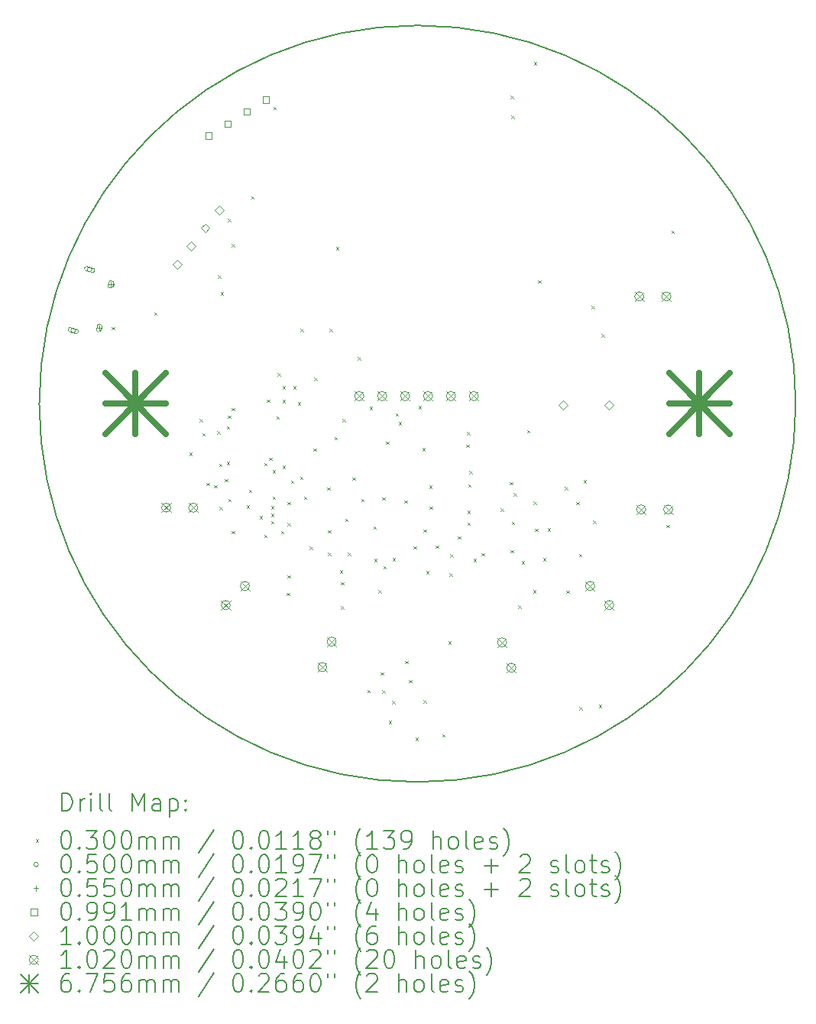
<source format=gbr>
%TF.GenerationSoftware,KiCad,Pcbnew,7.0.11*%
%TF.CreationDate,2024-03-28T06:09:02-04:00*%
%TF.ProjectId,Motherboard,4d6f7468-6572-4626-9f61-72642e6b6963,rev?*%
%TF.SameCoordinates,Original*%
%TF.FileFunction,Drillmap*%
%TF.FilePolarity,Positive*%
%FSLAX45Y45*%
G04 Gerber Fmt 4.5, Leading zero omitted, Abs format (unit mm)*
G04 Created by KiCad (PCBNEW 7.0.11) date 2024-03-28 06:09:02*
%MOMM*%
%LPD*%
G01*
G04 APERTURE LIST*
%ADD10C,0.200000*%
%ADD11C,0.100000*%
%ADD12C,0.102000*%
%ADD13C,0.675640*%
G04 APERTURE END LIST*
D10*
X23396000Y-12290500D02*
G75*
G03*
X15014000Y-12290500I-4191000J0D01*
G01*
X15014000Y-12290500D02*
G75*
G03*
X23396000Y-12290500I4191000J0D01*
G01*
D11*
X15817500Y-11440000D02*
X15847500Y-11470000D01*
X15847500Y-11440000D02*
X15817500Y-11470000D01*
X16285000Y-11280000D02*
X16315000Y-11310000D01*
X16315000Y-11280000D02*
X16285000Y-11310000D01*
X16677500Y-12832500D02*
X16707500Y-12862500D01*
X16707500Y-12832500D02*
X16677500Y-12862500D01*
X16792502Y-12458033D02*
X16822502Y-12488033D01*
X16822502Y-12458033D02*
X16792502Y-12488033D01*
X16820000Y-12615000D02*
X16850000Y-12645000D01*
X16850000Y-12615000D02*
X16820000Y-12645000D01*
X16867427Y-13165073D02*
X16897427Y-13195073D01*
X16897427Y-13165073D02*
X16867427Y-13195073D01*
X16950613Y-13193113D02*
X16980613Y-13223113D01*
X16980613Y-13193113D02*
X16950613Y-13223113D01*
X16982902Y-12592902D02*
X17012902Y-12622902D01*
X17012902Y-12592902D02*
X16982902Y-12622902D01*
X16994461Y-10868772D02*
X17024461Y-10898772D01*
X17024461Y-10868772D02*
X16994461Y-10898772D01*
X17007500Y-12956228D02*
X17037500Y-12986228D01*
X17037500Y-12956228D02*
X17007500Y-12986228D01*
X17011177Y-13431323D02*
X17041177Y-13461323D01*
X17041177Y-13431323D02*
X17011177Y-13461323D01*
X17022500Y-11055000D02*
X17052500Y-11085000D01*
X17052500Y-11055000D02*
X17022500Y-11085000D01*
X17070000Y-13122500D02*
X17100000Y-13152500D01*
X17100000Y-13122500D02*
X17070000Y-13152500D01*
X17092500Y-12932500D02*
X17122500Y-12962500D01*
X17122500Y-12932500D02*
X17092500Y-12962500D01*
X17092502Y-12540000D02*
X17122502Y-12570000D01*
X17122502Y-12540000D02*
X17092502Y-12570000D01*
X17105000Y-10240000D02*
X17135000Y-10270000D01*
X17135000Y-10240000D02*
X17105000Y-10270000D01*
X17105000Y-12422500D02*
X17135000Y-12452500D01*
X17135000Y-12422500D02*
X17105000Y-12452500D01*
X17106539Y-13344039D02*
X17136539Y-13374039D01*
X17136539Y-13344039D02*
X17106539Y-13374039D01*
X17145000Y-10520000D02*
X17175000Y-10550000D01*
X17175000Y-10520000D02*
X17145000Y-10550000D01*
X17147500Y-12335000D02*
X17177500Y-12365000D01*
X17177500Y-12335000D02*
X17147500Y-12365000D01*
X17147500Y-13700000D02*
X17177500Y-13730000D01*
X17177500Y-13700000D02*
X17147500Y-13730000D01*
X17312250Y-13417394D02*
X17342250Y-13447394D01*
X17342250Y-13417394D02*
X17312250Y-13447394D01*
X17337250Y-13242912D02*
X17367250Y-13272912D01*
X17367250Y-13242912D02*
X17337250Y-13272912D01*
X17361524Y-9990000D02*
X17391524Y-10020000D01*
X17391524Y-9990000D02*
X17361524Y-10020000D01*
X17456397Y-13534131D02*
X17486397Y-13564131D01*
X17486397Y-13534131D02*
X17456397Y-13564131D01*
X17506113Y-12946555D02*
X17536113Y-12976555D01*
X17536113Y-12946555D02*
X17506113Y-12976555D01*
X17506324Y-13741176D02*
X17536324Y-13771176D01*
X17536324Y-13741176D02*
X17506324Y-13771176D01*
X17537500Y-12245000D02*
X17567500Y-12275000D01*
X17567500Y-12245000D02*
X17537500Y-12275000D01*
X17560096Y-12887514D02*
X17590096Y-12917514D01*
X17590096Y-12887514D02*
X17560096Y-12917514D01*
X17581305Y-13589991D02*
X17611305Y-13619991D01*
X17611305Y-13589991D02*
X17581305Y-13619991D01*
X17582500Y-13425000D02*
X17612500Y-13455000D01*
X17612500Y-13425000D02*
X17582500Y-13455000D01*
X17582500Y-13510000D02*
X17612500Y-13540000D01*
X17612500Y-13510000D02*
X17582500Y-13540000D01*
X17597078Y-13319010D02*
X17627078Y-13349010D01*
X17627078Y-13319010D02*
X17597078Y-13349010D01*
X17597427Y-13024926D02*
X17627427Y-13054926D01*
X17627427Y-13024926D02*
X17597427Y-13054926D01*
X17607500Y-9000000D02*
X17637500Y-9030000D01*
X17637500Y-9000000D02*
X17607500Y-9030000D01*
X17640419Y-12429843D02*
X17670419Y-12459843D01*
X17670419Y-12429843D02*
X17640419Y-12459843D01*
X17652500Y-11952500D02*
X17682500Y-11982500D01*
X17682500Y-11952500D02*
X17652500Y-11982500D01*
X17693211Y-13701789D02*
X17723211Y-13731789D01*
X17723211Y-13701789D02*
X17693211Y-13731789D01*
X17710000Y-12095000D02*
X17740000Y-12125000D01*
X17740000Y-12095000D02*
X17710000Y-12125000D01*
X17710000Y-12250000D02*
X17740000Y-12280000D01*
X17740000Y-12250000D02*
X17710000Y-12280000D01*
X17710000Y-12977500D02*
X17740000Y-13007500D01*
X17740000Y-12977500D02*
X17710000Y-13007500D01*
X17755962Y-14386538D02*
X17785962Y-14416538D01*
X17785962Y-14386538D02*
X17755962Y-14416538D01*
X17762500Y-14192500D02*
X17792500Y-14222500D01*
X17792500Y-14192500D02*
X17762500Y-14222500D01*
X17765000Y-13378918D02*
X17795000Y-13408918D01*
X17795000Y-13378918D02*
X17765000Y-13408918D01*
X17765000Y-13612500D02*
X17795000Y-13642500D01*
X17795000Y-13612500D02*
X17765000Y-13642500D01*
X17802500Y-13142500D02*
X17832500Y-13172500D01*
X17832500Y-13142500D02*
X17802500Y-13172500D01*
X17827445Y-12095000D02*
X17857445Y-12125000D01*
X17857445Y-12095000D02*
X17827445Y-12125000D01*
X17880000Y-12275000D02*
X17910000Y-12305000D01*
X17910000Y-12275000D02*
X17880000Y-12305000D01*
X17905000Y-13097500D02*
X17935000Y-13127500D01*
X17935000Y-13097500D02*
X17905000Y-13127500D01*
X17910000Y-11460000D02*
X17940000Y-11490000D01*
X17940000Y-11460000D02*
X17910000Y-11490000D01*
X17945000Y-13320000D02*
X17975000Y-13350000D01*
X17975000Y-13320000D02*
X17945000Y-13350000D01*
X18010000Y-13872500D02*
X18040000Y-13902500D01*
X18040000Y-13872500D02*
X18010000Y-13902500D01*
X18053817Y-12786183D02*
X18083817Y-12816183D01*
X18083817Y-12786183D02*
X18053817Y-12816183D01*
X18060000Y-12002500D02*
X18090000Y-12032500D01*
X18090000Y-12002500D02*
X18060000Y-12032500D01*
X18202885Y-13215583D02*
X18232885Y-13245583D01*
X18232885Y-13215583D02*
X18202885Y-13245583D01*
X18215000Y-13690000D02*
X18245000Y-13720000D01*
X18245000Y-13690000D02*
X18215000Y-13720000D01*
X18215000Y-13942328D02*
X18245000Y-13972328D01*
X18245000Y-13942328D02*
X18215000Y-13972328D01*
X18227500Y-11462500D02*
X18257500Y-11492500D01*
X18257500Y-11462500D02*
X18227500Y-11492500D01*
X18286653Y-12657805D02*
X18316653Y-12687805D01*
X18316653Y-12657805D02*
X18286653Y-12687805D01*
X18300000Y-10552500D02*
X18330000Y-10582500D01*
X18330000Y-10552500D02*
X18300000Y-10582500D01*
X18345000Y-14137500D02*
X18375000Y-14167500D01*
X18375000Y-14137500D02*
X18345000Y-14167500D01*
X18357500Y-14267500D02*
X18387500Y-14297500D01*
X18387500Y-14267500D02*
X18357500Y-14297500D01*
X18357500Y-14532500D02*
X18387500Y-14562500D01*
X18387500Y-14532500D02*
X18357500Y-14562500D01*
X18375000Y-12457500D02*
X18405000Y-12487500D01*
X18405000Y-12457500D02*
X18375000Y-12487500D01*
X18403462Y-13564038D02*
X18433462Y-13594038D01*
X18433462Y-13564038D02*
X18403462Y-13594038D01*
X18435000Y-13942500D02*
X18465000Y-13972500D01*
X18465000Y-13942500D02*
X18435000Y-13972500D01*
X18482022Y-13108750D02*
X18512022Y-13138750D01*
X18512022Y-13108750D02*
X18482022Y-13138750D01*
X18545000Y-11772500D02*
X18575000Y-11802500D01*
X18575000Y-11772500D02*
X18545000Y-11802500D01*
X18580000Y-13342500D02*
X18610000Y-13372500D01*
X18610000Y-13342500D02*
X18580000Y-13372500D01*
X18650000Y-15460000D02*
X18680000Y-15490000D01*
X18680000Y-15460000D02*
X18650000Y-15490000D01*
X18675000Y-12322500D02*
X18705000Y-12352500D01*
X18705000Y-12322500D02*
X18675000Y-12352500D01*
X18715000Y-13647500D02*
X18745000Y-13677500D01*
X18745000Y-13647500D02*
X18715000Y-13677500D01*
X18723756Y-14007785D02*
X18753756Y-14037785D01*
X18753756Y-14007785D02*
X18723756Y-14037785D01*
X18770000Y-14355000D02*
X18800000Y-14385000D01*
X18800000Y-14355000D02*
X18770000Y-14385000D01*
X18795000Y-15267500D02*
X18825000Y-15297500D01*
X18825000Y-15267500D02*
X18795000Y-15297500D01*
X18812500Y-15465000D02*
X18842500Y-15495000D01*
X18842500Y-15465000D02*
X18812500Y-15495000D01*
X18815447Y-13326818D02*
X18845447Y-13356818D01*
X18845447Y-13326818D02*
X18815447Y-13356818D01*
X18827329Y-14088060D02*
X18857329Y-14118060D01*
X18857329Y-14088060D02*
X18827329Y-14118060D01*
X18857500Y-12710000D02*
X18887500Y-12740000D01*
X18887500Y-12710000D02*
X18857500Y-12740000D01*
X18885000Y-15806218D02*
X18915000Y-15836218D01*
X18915000Y-15806218D02*
X18885000Y-15836218D01*
X18925000Y-15585000D02*
X18955000Y-15615000D01*
X18955000Y-15585000D02*
X18925000Y-15615000D01*
X18927500Y-14001000D02*
X18957500Y-14031000D01*
X18957500Y-14001000D02*
X18927500Y-14031000D01*
X18962500Y-12395000D02*
X18992500Y-12425000D01*
X18992500Y-12395000D02*
X18962500Y-12425000D01*
X18997500Y-12495000D02*
X19027500Y-12525000D01*
X19027500Y-12495000D02*
X18997500Y-12525000D01*
X19057500Y-13361250D02*
X19087500Y-13391250D01*
X19087500Y-13361250D02*
X19057500Y-13391250D01*
X19067500Y-15137500D02*
X19097500Y-15167500D01*
X19097500Y-15137500D02*
X19067500Y-15167500D01*
X19110000Y-15350000D02*
X19140000Y-15380000D01*
X19140000Y-15350000D02*
X19110000Y-15380000D01*
X19162500Y-13871000D02*
X19192500Y-13901000D01*
X19192500Y-13871000D02*
X19162500Y-13901000D01*
X19182500Y-15992500D02*
X19212500Y-16022500D01*
X19212500Y-15992500D02*
X19182500Y-16022500D01*
X19217500Y-12317500D02*
X19247500Y-12347500D01*
X19247500Y-12317500D02*
X19217500Y-12347500D01*
X19257500Y-12780000D02*
X19287500Y-12810000D01*
X19287500Y-12780000D02*
X19257500Y-12810000D01*
X19270288Y-13684712D02*
X19300288Y-13714712D01*
X19300288Y-13684712D02*
X19270288Y-13714712D01*
X19272500Y-15577500D02*
X19302500Y-15607500D01*
X19302500Y-15577500D02*
X19272500Y-15607500D01*
X19300000Y-14145000D02*
X19330000Y-14175000D01*
X19330000Y-14145000D02*
X19300000Y-14175000D01*
X19335000Y-13197500D02*
X19365000Y-13227500D01*
X19365000Y-13197500D02*
X19335000Y-13227500D01*
X19339712Y-13427500D02*
X19369712Y-13457500D01*
X19369712Y-13427500D02*
X19339712Y-13457500D01*
X19405000Y-13862500D02*
X19435000Y-13892500D01*
X19435000Y-13862500D02*
X19405000Y-13892500D01*
X19477500Y-15952500D02*
X19507500Y-15982500D01*
X19507500Y-15952500D02*
X19477500Y-15982500D01*
X19545000Y-14922500D02*
X19575000Y-14952500D01*
X19575000Y-14922500D02*
X19545000Y-14952500D01*
X19557500Y-14170000D02*
X19587500Y-14200000D01*
X19587500Y-14170000D02*
X19557500Y-14200000D01*
X19567500Y-13957500D02*
X19597500Y-13987500D01*
X19597500Y-13957500D02*
X19567500Y-13987500D01*
X19654283Y-13758217D02*
X19684283Y-13788217D01*
X19684283Y-13758217D02*
X19654283Y-13788217D01*
X19745000Y-12742500D02*
X19775000Y-12772500D01*
X19775000Y-12742500D02*
X19745000Y-12772500D01*
X19752500Y-12605000D02*
X19782500Y-12635000D01*
X19782500Y-12605000D02*
X19752500Y-12635000D01*
X19757500Y-13477500D02*
X19787500Y-13507500D01*
X19787500Y-13477500D02*
X19757500Y-13507500D01*
X19757500Y-13605000D02*
X19787500Y-13635000D01*
X19787500Y-13605000D02*
X19757500Y-13635000D01*
X19765000Y-13182500D02*
X19795000Y-13212500D01*
X19795000Y-13182500D02*
X19765000Y-13212500D01*
X19777500Y-13037500D02*
X19807500Y-13067500D01*
X19807500Y-13037500D02*
X19777500Y-13067500D01*
X19827500Y-14007500D02*
X19857500Y-14037500D01*
X19857500Y-14007500D02*
X19827500Y-14037500D01*
X19915000Y-13945000D02*
X19945000Y-13975000D01*
X19945000Y-13945000D02*
X19915000Y-13975000D01*
X20125000Y-13449564D02*
X20155000Y-13479564D01*
X20155000Y-13449564D02*
X20125000Y-13479564D01*
X20230000Y-13157500D02*
X20260000Y-13187500D01*
X20260000Y-13157500D02*
X20230000Y-13187500D01*
X20237500Y-8877500D02*
X20267500Y-8907500D01*
X20267500Y-8877500D02*
X20237500Y-8907500D01*
X20237500Y-13912500D02*
X20267500Y-13942500D01*
X20267500Y-13912500D02*
X20237500Y-13942500D01*
X20242500Y-9100000D02*
X20272500Y-9130000D01*
X20272500Y-9100000D02*
X20242500Y-9130000D01*
X20250000Y-13597500D02*
X20280000Y-13627500D01*
X20280000Y-13597500D02*
X20250000Y-13627500D01*
X20268601Y-13281399D02*
X20298601Y-13311399D01*
X20298601Y-13281399D02*
X20268601Y-13311399D01*
X20322500Y-14527500D02*
X20352500Y-14557500D01*
X20352500Y-14527500D02*
X20322500Y-14557500D01*
X20358217Y-14033217D02*
X20388217Y-14063217D01*
X20388217Y-14033217D02*
X20358217Y-14063217D01*
X20417500Y-12582500D02*
X20447500Y-12612500D01*
X20447500Y-12582500D02*
X20417500Y-12612500D01*
X20487500Y-14357500D02*
X20517500Y-14387500D01*
X20517500Y-14357500D02*
X20487500Y-14387500D01*
X20492500Y-13372500D02*
X20522500Y-13402500D01*
X20522500Y-13372500D02*
X20492500Y-13402500D01*
X20495000Y-8505000D02*
X20525000Y-8535000D01*
X20525000Y-8505000D02*
X20495000Y-8535000D01*
X20505895Y-13674189D02*
X20535895Y-13704189D01*
X20535895Y-13674189D02*
X20505895Y-13704189D01*
X20542500Y-10922500D02*
X20572500Y-10952500D01*
X20572500Y-10922500D02*
X20542500Y-10952500D01*
X20597500Y-14000000D02*
X20627500Y-14030000D01*
X20627500Y-14000000D02*
X20597500Y-14030000D01*
X20645684Y-13672201D02*
X20675684Y-13702201D01*
X20675684Y-13672201D02*
X20645684Y-13702201D01*
X20837500Y-13212500D02*
X20867500Y-13242500D01*
X20867500Y-13212500D02*
X20837500Y-13242500D01*
X20855000Y-14360000D02*
X20885000Y-14390000D01*
X20885000Y-14360000D02*
X20855000Y-14390000D01*
X20965000Y-13380000D02*
X20995000Y-13410000D01*
X20995000Y-13380000D02*
X20965000Y-13410000D01*
X20995000Y-13952500D02*
X21025000Y-13982500D01*
X21025000Y-13952500D02*
X20995000Y-13982500D01*
X21000000Y-15650000D02*
X21030000Y-15680000D01*
X21030000Y-15650000D02*
X21000000Y-15680000D01*
X21045000Y-13135000D02*
X21075000Y-13165000D01*
X21075000Y-13135000D02*
X21045000Y-13165000D01*
X21135000Y-11205000D02*
X21165000Y-11235000D01*
X21165000Y-11205000D02*
X21135000Y-11235000D01*
X21152500Y-13585000D02*
X21182500Y-13615000D01*
X21182500Y-13585000D02*
X21152500Y-13615000D01*
X21212500Y-15625000D02*
X21242500Y-15655000D01*
X21242500Y-15625000D02*
X21212500Y-15655000D01*
X21245000Y-11520000D02*
X21275000Y-11550000D01*
X21275000Y-11520000D02*
X21245000Y-11550000D01*
X21962500Y-13632500D02*
X21992500Y-13662500D01*
X21992500Y-13632500D02*
X21962500Y-13662500D01*
X22017500Y-10372500D02*
X22047500Y-10402500D01*
X22047500Y-10372500D02*
X22017500Y-10402500D01*
X15415818Y-11479211D02*
G75*
G03*
X15365818Y-11479211I-25000J0D01*
G01*
X15365818Y-11479211D02*
G75*
G03*
X15415818Y-11479211I25000J0D01*
G01*
X15428681Y-11463475D02*
X15365896Y-11446652D01*
X15365896Y-11446652D02*
G75*
G03*
X15352955Y-11494948I-6471J-24148D01*
G01*
X15352955Y-11494948D02*
X15415740Y-11511771D01*
X15415740Y-11511771D02*
G75*
G03*
X15428681Y-11463475I6471J24148D01*
G01*
X15596991Y-10803063D02*
G75*
G03*
X15546991Y-10803063I-25000J0D01*
G01*
X15546991Y-10803063D02*
G75*
G03*
X15596991Y-10803063I25000J0D01*
G01*
X15609854Y-10787327D02*
X15547069Y-10770504D01*
X15547069Y-10770504D02*
G75*
G03*
X15534128Y-10818800I-6471J-24148D01*
G01*
X15534128Y-10818800D02*
X15596913Y-10835623D01*
X15596913Y-10835623D02*
G75*
G03*
X15609854Y-10787327I6471J24148D01*
G01*
X15677500Y-11425000D02*
X15677500Y-11480000D01*
X15650000Y-11452500D02*
X15705000Y-11452500D01*
X15654819Y-11430894D02*
X15647055Y-11459871D01*
X15647055Y-11459871D02*
G75*
G03*
X15700181Y-11474106I26563J-7118D01*
G01*
X15700181Y-11474106D02*
X15707945Y-11445129D01*
X15707945Y-11445129D02*
G75*
G03*
X15654819Y-11430894I-26563J7118D01*
G01*
X15806909Y-10942037D02*
X15806909Y-10997037D01*
X15779409Y-10969537D02*
X15834409Y-10969537D01*
X15784229Y-10947931D02*
X15776464Y-10976909D01*
X15776464Y-10976909D02*
G75*
G03*
X15829590Y-10991144I26563J-7118D01*
G01*
X15829590Y-10991144D02*
X15837355Y-10962166D01*
X15837355Y-10962166D02*
G75*
G03*
X15784229Y-10947931I-26563J7118D01*
G01*
X16922523Y-9355023D02*
X16922523Y-9284977D01*
X16852477Y-9284977D01*
X16852477Y-9355023D01*
X16922523Y-9355023D01*
X17134535Y-9222544D02*
X17134535Y-9152497D01*
X17064489Y-9152497D01*
X17064489Y-9222544D01*
X17134535Y-9222544D01*
X17346547Y-9090064D02*
X17346547Y-9020017D01*
X17276501Y-9020017D01*
X17276501Y-9090064D01*
X17346547Y-9090064D01*
X17558559Y-8957584D02*
X17558559Y-8887537D01*
X17488513Y-8887537D01*
X17488513Y-8957584D01*
X17558559Y-8957584D01*
X16539744Y-10795310D02*
X16589744Y-10745310D01*
X16539744Y-10695310D01*
X16489744Y-10745310D01*
X16539744Y-10795310D01*
X16696122Y-10595155D02*
X16746122Y-10545155D01*
X16696122Y-10495155D01*
X16646122Y-10545155D01*
X16696122Y-10595155D01*
X16852500Y-10395000D02*
X16902500Y-10345000D01*
X16852500Y-10295000D01*
X16802500Y-10345000D01*
X16852500Y-10395000D01*
X17008878Y-10194845D02*
X17058878Y-10144845D01*
X17008878Y-10094845D01*
X16958878Y-10144845D01*
X17008878Y-10194845D01*
X20817000Y-12352500D02*
X20867000Y-12302500D01*
X20817000Y-12252500D01*
X20767000Y-12302500D01*
X20817000Y-12352500D01*
X21325000Y-12352500D02*
X21375000Y-12302500D01*
X21325000Y-12252500D01*
X21275000Y-12302500D01*
X21325000Y-12352500D01*
D12*
X16369000Y-13391500D02*
X16471000Y-13493500D01*
X16471000Y-13391500D02*
X16369000Y-13493500D01*
X16471000Y-13442500D02*
G75*
G03*
X16369000Y-13442500I-51000J0D01*
G01*
X16369000Y-13442500D02*
G75*
G03*
X16471000Y-13442500I51000J0D01*
G01*
X16669000Y-13391500D02*
X16771000Y-13493500D01*
X16771000Y-13391500D02*
X16669000Y-13493500D01*
X16771000Y-13442500D02*
G75*
G03*
X16669000Y-13442500I-51000J0D01*
G01*
X16669000Y-13442500D02*
G75*
G03*
X16771000Y-13442500I51000J0D01*
G01*
X17029490Y-14471010D02*
X17131490Y-14573010D01*
X17131490Y-14471010D02*
X17029490Y-14573010D01*
X17131490Y-14522010D02*
G75*
G03*
X17029490Y-14522010I-51000J0D01*
G01*
X17029490Y-14522010D02*
G75*
G03*
X17131490Y-14522010I51000J0D01*
G01*
X17241622Y-14258878D02*
X17343622Y-14360878D01*
X17343622Y-14258878D02*
X17241622Y-14360878D01*
X17343622Y-14309878D02*
G75*
G03*
X17241622Y-14309878I-51000J0D01*
G01*
X17241622Y-14309878D02*
G75*
G03*
X17343622Y-14309878I51000J0D01*
G01*
X18099766Y-15158386D02*
X18201766Y-15260386D01*
X18201766Y-15158386D02*
X18099766Y-15260386D01*
X18201766Y-15209386D02*
G75*
G03*
X18099766Y-15209386I-51000J0D01*
G01*
X18099766Y-15209386D02*
G75*
G03*
X18201766Y-15209386I51000J0D01*
G01*
X18202372Y-14876478D02*
X18304372Y-14978478D01*
X18304372Y-14876478D02*
X18202372Y-14978478D01*
X18304372Y-14927478D02*
G75*
G03*
X18202372Y-14927478I-51000J0D01*
G01*
X18202372Y-14927478D02*
G75*
G03*
X18304372Y-14927478I51000J0D01*
G01*
X18509000Y-12154900D02*
X18611000Y-12256900D01*
X18611000Y-12154900D02*
X18509000Y-12256900D01*
X18611000Y-12205900D02*
G75*
G03*
X18509000Y-12205900I-51000J0D01*
G01*
X18509000Y-12205900D02*
G75*
G03*
X18611000Y-12205900I51000J0D01*
G01*
X18763000Y-12154900D02*
X18865000Y-12256900D01*
X18865000Y-12154900D02*
X18763000Y-12256900D01*
X18865000Y-12205900D02*
G75*
G03*
X18763000Y-12205900I-51000J0D01*
G01*
X18763000Y-12205900D02*
G75*
G03*
X18865000Y-12205900I51000J0D01*
G01*
X19017000Y-12154900D02*
X19119000Y-12256900D01*
X19119000Y-12154900D02*
X19017000Y-12256900D01*
X19119000Y-12205900D02*
G75*
G03*
X19017000Y-12205900I-51000J0D01*
G01*
X19017000Y-12205900D02*
G75*
G03*
X19119000Y-12205900I51000J0D01*
G01*
X19271000Y-12154900D02*
X19373000Y-12256900D01*
X19373000Y-12154900D02*
X19271000Y-12256900D01*
X19373000Y-12205900D02*
G75*
G03*
X19271000Y-12205900I-51000J0D01*
G01*
X19271000Y-12205900D02*
G75*
G03*
X19373000Y-12205900I51000J0D01*
G01*
X19525000Y-12154900D02*
X19627000Y-12256900D01*
X19627000Y-12154900D02*
X19525000Y-12256900D01*
X19627000Y-12205900D02*
G75*
G03*
X19525000Y-12205900I-51000J0D01*
G01*
X19525000Y-12205900D02*
G75*
G03*
X19627000Y-12205900I51000J0D01*
G01*
X19779000Y-12154900D02*
X19881000Y-12256900D01*
X19881000Y-12154900D02*
X19779000Y-12256900D01*
X19881000Y-12205900D02*
G75*
G03*
X19779000Y-12205900I-51000J0D01*
G01*
X19779000Y-12205900D02*
G75*
G03*
X19881000Y-12205900I51000J0D01*
G01*
X20090628Y-14883978D02*
X20192628Y-14985978D01*
X20192628Y-14883978D02*
X20090628Y-14985978D01*
X20192628Y-14934978D02*
G75*
G03*
X20090628Y-14934978I-51000J0D01*
G01*
X20090628Y-14934978D02*
G75*
G03*
X20192628Y-14934978I51000J0D01*
G01*
X20193234Y-15165886D02*
X20295234Y-15267886D01*
X20295234Y-15165886D02*
X20193234Y-15267886D01*
X20295234Y-15216886D02*
G75*
G03*
X20193234Y-15216886I-51000J0D01*
G01*
X20193234Y-15216886D02*
G75*
G03*
X20295234Y-15216886I51000J0D01*
G01*
X21066378Y-14258878D02*
X21168378Y-14360878D01*
X21168378Y-14258878D02*
X21066378Y-14360878D01*
X21168378Y-14309878D02*
G75*
G03*
X21066378Y-14309878I-51000J0D01*
G01*
X21066378Y-14309878D02*
G75*
G03*
X21168378Y-14309878I51000J0D01*
G01*
X21278510Y-14471010D02*
X21380510Y-14573010D01*
X21380510Y-14471010D02*
X21278510Y-14573010D01*
X21380510Y-14522010D02*
G75*
G03*
X21278510Y-14522010I-51000J0D01*
G01*
X21278510Y-14522010D02*
G75*
G03*
X21380510Y-14522010I51000J0D01*
G01*
X21612000Y-11051500D02*
X21714000Y-11153500D01*
X21714000Y-11051500D02*
X21612000Y-11153500D01*
X21714000Y-11102500D02*
G75*
G03*
X21612000Y-11102500I-51000J0D01*
G01*
X21612000Y-11102500D02*
G75*
G03*
X21714000Y-11102500I51000J0D01*
G01*
X21632000Y-13411500D02*
X21734000Y-13513500D01*
X21734000Y-13411500D02*
X21632000Y-13513500D01*
X21734000Y-13462500D02*
G75*
G03*
X21632000Y-13462500I-51000J0D01*
G01*
X21632000Y-13462500D02*
G75*
G03*
X21734000Y-13462500I51000J0D01*
G01*
X21912000Y-11051500D02*
X22014000Y-11153500D01*
X22014000Y-11051500D02*
X21912000Y-11153500D01*
X22014000Y-11102500D02*
G75*
G03*
X21912000Y-11102500I-51000J0D01*
G01*
X21912000Y-11102500D02*
G75*
G03*
X22014000Y-11102500I51000J0D01*
G01*
X21932000Y-13411500D02*
X22034000Y-13513500D01*
X22034000Y-13411500D02*
X21932000Y-13513500D01*
X22034000Y-13462500D02*
G75*
G03*
X21932000Y-13462500I-51000J0D01*
G01*
X21932000Y-13462500D02*
G75*
G03*
X22034000Y-13462500I51000J0D01*
G01*
D13*
X15742980Y-11952680D02*
X16418620Y-12628320D01*
X16418620Y-11952680D02*
X15742980Y-12628320D01*
X16080800Y-11952680D02*
X16080800Y-12628320D01*
X15742980Y-12290500D02*
X16418620Y-12290500D01*
X21991380Y-11952680D02*
X22667020Y-12628320D01*
X22667020Y-11952680D02*
X21991380Y-12628320D01*
X22329200Y-11952680D02*
X22329200Y-12628320D01*
X21991380Y-12290500D02*
X22667020Y-12290500D01*
D10*
X15264777Y-16802984D02*
X15264777Y-16602984D01*
X15264777Y-16602984D02*
X15312396Y-16602984D01*
X15312396Y-16602984D02*
X15340967Y-16612508D01*
X15340967Y-16612508D02*
X15360015Y-16631555D01*
X15360015Y-16631555D02*
X15369539Y-16650603D01*
X15369539Y-16650603D02*
X15379062Y-16688698D01*
X15379062Y-16688698D02*
X15379062Y-16717269D01*
X15379062Y-16717269D02*
X15369539Y-16755365D01*
X15369539Y-16755365D02*
X15360015Y-16774412D01*
X15360015Y-16774412D02*
X15340967Y-16793460D01*
X15340967Y-16793460D02*
X15312396Y-16802984D01*
X15312396Y-16802984D02*
X15264777Y-16802984D01*
X15464777Y-16802984D02*
X15464777Y-16669650D01*
X15464777Y-16707746D02*
X15474301Y-16688698D01*
X15474301Y-16688698D02*
X15483824Y-16679174D01*
X15483824Y-16679174D02*
X15502872Y-16669650D01*
X15502872Y-16669650D02*
X15521920Y-16669650D01*
X15588586Y-16802984D02*
X15588586Y-16669650D01*
X15588586Y-16602984D02*
X15579062Y-16612508D01*
X15579062Y-16612508D02*
X15588586Y-16622031D01*
X15588586Y-16622031D02*
X15598110Y-16612508D01*
X15598110Y-16612508D02*
X15588586Y-16602984D01*
X15588586Y-16602984D02*
X15588586Y-16622031D01*
X15712396Y-16802984D02*
X15693348Y-16793460D01*
X15693348Y-16793460D02*
X15683824Y-16774412D01*
X15683824Y-16774412D02*
X15683824Y-16602984D01*
X15817158Y-16802984D02*
X15798110Y-16793460D01*
X15798110Y-16793460D02*
X15788586Y-16774412D01*
X15788586Y-16774412D02*
X15788586Y-16602984D01*
X16045729Y-16802984D02*
X16045729Y-16602984D01*
X16045729Y-16602984D02*
X16112396Y-16745841D01*
X16112396Y-16745841D02*
X16179062Y-16602984D01*
X16179062Y-16602984D02*
X16179062Y-16802984D01*
X16360015Y-16802984D02*
X16360015Y-16698222D01*
X16360015Y-16698222D02*
X16350491Y-16679174D01*
X16350491Y-16679174D02*
X16331443Y-16669650D01*
X16331443Y-16669650D02*
X16293348Y-16669650D01*
X16293348Y-16669650D02*
X16274301Y-16679174D01*
X16360015Y-16793460D02*
X16340967Y-16802984D01*
X16340967Y-16802984D02*
X16293348Y-16802984D01*
X16293348Y-16802984D02*
X16274301Y-16793460D01*
X16274301Y-16793460D02*
X16264777Y-16774412D01*
X16264777Y-16774412D02*
X16264777Y-16755365D01*
X16264777Y-16755365D02*
X16274301Y-16736317D01*
X16274301Y-16736317D02*
X16293348Y-16726793D01*
X16293348Y-16726793D02*
X16340967Y-16726793D01*
X16340967Y-16726793D02*
X16360015Y-16717269D01*
X16455253Y-16669650D02*
X16455253Y-16869650D01*
X16455253Y-16679174D02*
X16474301Y-16669650D01*
X16474301Y-16669650D02*
X16512396Y-16669650D01*
X16512396Y-16669650D02*
X16531443Y-16679174D01*
X16531443Y-16679174D02*
X16540967Y-16688698D01*
X16540967Y-16688698D02*
X16550491Y-16707746D01*
X16550491Y-16707746D02*
X16550491Y-16764888D01*
X16550491Y-16764888D02*
X16540967Y-16783936D01*
X16540967Y-16783936D02*
X16531443Y-16793460D01*
X16531443Y-16793460D02*
X16512396Y-16802984D01*
X16512396Y-16802984D02*
X16474301Y-16802984D01*
X16474301Y-16802984D02*
X16455253Y-16793460D01*
X16636205Y-16783936D02*
X16645729Y-16793460D01*
X16645729Y-16793460D02*
X16636205Y-16802984D01*
X16636205Y-16802984D02*
X16626682Y-16793460D01*
X16626682Y-16793460D02*
X16636205Y-16783936D01*
X16636205Y-16783936D02*
X16636205Y-16802984D01*
X16636205Y-16679174D02*
X16645729Y-16688698D01*
X16645729Y-16688698D02*
X16636205Y-16698222D01*
X16636205Y-16698222D02*
X16626682Y-16688698D01*
X16626682Y-16688698D02*
X16636205Y-16679174D01*
X16636205Y-16679174D02*
X16636205Y-16698222D01*
D11*
X14974000Y-17116500D02*
X15004000Y-17146500D01*
X15004000Y-17116500D02*
X14974000Y-17146500D01*
D10*
X15302872Y-17022984D02*
X15321920Y-17022984D01*
X15321920Y-17022984D02*
X15340967Y-17032508D01*
X15340967Y-17032508D02*
X15350491Y-17042031D01*
X15350491Y-17042031D02*
X15360015Y-17061079D01*
X15360015Y-17061079D02*
X15369539Y-17099174D01*
X15369539Y-17099174D02*
X15369539Y-17146793D01*
X15369539Y-17146793D02*
X15360015Y-17184889D01*
X15360015Y-17184889D02*
X15350491Y-17203936D01*
X15350491Y-17203936D02*
X15340967Y-17213460D01*
X15340967Y-17213460D02*
X15321920Y-17222984D01*
X15321920Y-17222984D02*
X15302872Y-17222984D01*
X15302872Y-17222984D02*
X15283824Y-17213460D01*
X15283824Y-17213460D02*
X15274301Y-17203936D01*
X15274301Y-17203936D02*
X15264777Y-17184889D01*
X15264777Y-17184889D02*
X15255253Y-17146793D01*
X15255253Y-17146793D02*
X15255253Y-17099174D01*
X15255253Y-17099174D02*
X15264777Y-17061079D01*
X15264777Y-17061079D02*
X15274301Y-17042031D01*
X15274301Y-17042031D02*
X15283824Y-17032508D01*
X15283824Y-17032508D02*
X15302872Y-17022984D01*
X15455253Y-17203936D02*
X15464777Y-17213460D01*
X15464777Y-17213460D02*
X15455253Y-17222984D01*
X15455253Y-17222984D02*
X15445729Y-17213460D01*
X15445729Y-17213460D02*
X15455253Y-17203936D01*
X15455253Y-17203936D02*
X15455253Y-17222984D01*
X15531443Y-17022984D02*
X15655253Y-17022984D01*
X15655253Y-17022984D02*
X15588586Y-17099174D01*
X15588586Y-17099174D02*
X15617158Y-17099174D01*
X15617158Y-17099174D02*
X15636205Y-17108698D01*
X15636205Y-17108698D02*
X15645729Y-17118222D01*
X15645729Y-17118222D02*
X15655253Y-17137270D01*
X15655253Y-17137270D02*
X15655253Y-17184889D01*
X15655253Y-17184889D02*
X15645729Y-17203936D01*
X15645729Y-17203936D02*
X15636205Y-17213460D01*
X15636205Y-17213460D02*
X15617158Y-17222984D01*
X15617158Y-17222984D02*
X15560015Y-17222984D01*
X15560015Y-17222984D02*
X15540967Y-17213460D01*
X15540967Y-17213460D02*
X15531443Y-17203936D01*
X15779062Y-17022984D02*
X15798110Y-17022984D01*
X15798110Y-17022984D02*
X15817158Y-17032508D01*
X15817158Y-17032508D02*
X15826682Y-17042031D01*
X15826682Y-17042031D02*
X15836205Y-17061079D01*
X15836205Y-17061079D02*
X15845729Y-17099174D01*
X15845729Y-17099174D02*
X15845729Y-17146793D01*
X15845729Y-17146793D02*
X15836205Y-17184889D01*
X15836205Y-17184889D02*
X15826682Y-17203936D01*
X15826682Y-17203936D02*
X15817158Y-17213460D01*
X15817158Y-17213460D02*
X15798110Y-17222984D01*
X15798110Y-17222984D02*
X15779062Y-17222984D01*
X15779062Y-17222984D02*
X15760015Y-17213460D01*
X15760015Y-17213460D02*
X15750491Y-17203936D01*
X15750491Y-17203936D02*
X15740967Y-17184889D01*
X15740967Y-17184889D02*
X15731443Y-17146793D01*
X15731443Y-17146793D02*
X15731443Y-17099174D01*
X15731443Y-17099174D02*
X15740967Y-17061079D01*
X15740967Y-17061079D02*
X15750491Y-17042031D01*
X15750491Y-17042031D02*
X15760015Y-17032508D01*
X15760015Y-17032508D02*
X15779062Y-17022984D01*
X15969539Y-17022984D02*
X15988586Y-17022984D01*
X15988586Y-17022984D02*
X16007634Y-17032508D01*
X16007634Y-17032508D02*
X16017158Y-17042031D01*
X16017158Y-17042031D02*
X16026682Y-17061079D01*
X16026682Y-17061079D02*
X16036205Y-17099174D01*
X16036205Y-17099174D02*
X16036205Y-17146793D01*
X16036205Y-17146793D02*
X16026682Y-17184889D01*
X16026682Y-17184889D02*
X16017158Y-17203936D01*
X16017158Y-17203936D02*
X16007634Y-17213460D01*
X16007634Y-17213460D02*
X15988586Y-17222984D01*
X15988586Y-17222984D02*
X15969539Y-17222984D01*
X15969539Y-17222984D02*
X15950491Y-17213460D01*
X15950491Y-17213460D02*
X15940967Y-17203936D01*
X15940967Y-17203936D02*
X15931443Y-17184889D01*
X15931443Y-17184889D02*
X15921920Y-17146793D01*
X15921920Y-17146793D02*
X15921920Y-17099174D01*
X15921920Y-17099174D02*
X15931443Y-17061079D01*
X15931443Y-17061079D02*
X15940967Y-17042031D01*
X15940967Y-17042031D02*
X15950491Y-17032508D01*
X15950491Y-17032508D02*
X15969539Y-17022984D01*
X16121920Y-17222984D02*
X16121920Y-17089650D01*
X16121920Y-17108698D02*
X16131443Y-17099174D01*
X16131443Y-17099174D02*
X16150491Y-17089650D01*
X16150491Y-17089650D02*
X16179063Y-17089650D01*
X16179063Y-17089650D02*
X16198110Y-17099174D01*
X16198110Y-17099174D02*
X16207634Y-17118222D01*
X16207634Y-17118222D02*
X16207634Y-17222984D01*
X16207634Y-17118222D02*
X16217158Y-17099174D01*
X16217158Y-17099174D02*
X16236205Y-17089650D01*
X16236205Y-17089650D02*
X16264777Y-17089650D01*
X16264777Y-17089650D02*
X16283824Y-17099174D01*
X16283824Y-17099174D02*
X16293348Y-17118222D01*
X16293348Y-17118222D02*
X16293348Y-17222984D01*
X16388586Y-17222984D02*
X16388586Y-17089650D01*
X16388586Y-17108698D02*
X16398110Y-17099174D01*
X16398110Y-17099174D02*
X16417158Y-17089650D01*
X16417158Y-17089650D02*
X16445729Y-17089650D01*
X16445729Y-17089650D02*
X16464777Y-17099174D01*
X16464777Y-17099174D02*
X16474301Y-17118222D01*
X16474301Y-17118222D02*
X16474301Y-17222984D01*
X16474301Y-17118222D02*
X16483824Y-17099174D01*
X16483824Y-17099174D02*
X16502872Y-17089650D01*
X16502872Y-17089650D02*
X16531443Y-17089650D01*
X16531443Y-17089650D02*
X16550491Y-17099174D01*
X16550491Y-17099174D02*
X16560015Y-17118222D01*
X16560015Y-17118222D02*
X16560015Y-17222984D01*
X16950491Y-17013460D02*
X16779063Y-17270603D01*
X17207634Y-17022984D02*
X17226682Y-17022984D01*
X17226682Y-17022984D02*
X17245729Y-17032508D01*
X17245729Y-17032508D02*
X17255253Y-17042031D01*
X17255253Y-17042031D02*
X17264777Y-17061079D01*
X17264777Y-17061079D02*
X17274301Y-17099174D01*
X17274301Y-17099174D02*
X17274301Y-17146793D01*
X17274301Y-17146793D02*
X17264777Y-17184889D01*
X17264777Y-17184889D02*
X17255253Y-17203936D01*
X17255253Y-17203936D02*
X17245729Y-17213460D01*
X17245729Y-17213460D02*
X17226682Y-17222984D01*
X17226682Y-17222984D02*
X17207634Y-17222984D01*
X17207634Y-17222984D02*
X17188587Y-17213460D01*
X17188587Y-17213460D02*
X17179063Y-17203936D01*
X17179063Y-17203936D02*
X17169539Y-17184889D01*
X17169539Y-17184889D02*
X17160015Y-17146793D01*
X17160015Y-17146793D02*
X17160015Y-17099174D01*
X17160015Y-17099174D02*
X17169539Y-17061079D01*
X17169539Y-17061079D02*
X17179063Y-17042031D01*
X17179063Y-17042031D02*
X17188587Y-17032508D01*
X17188587Y-17032508D02*
X17207634Y-17022984D01*
X17360015Y-17203936D02*
X17369539Y-17213460D01*
X17369539Y-17213460D02*
X17360015Y-17222984D01*
X17360015Y-17222984D02*
X17350491Y-17213460D01*
X17350491Y-17213460D02*
X17360015Y-17203936D01*
X17360015Y-17203936D02*
X17360015Y-17222984D01*
X17493348Y-17022984D02*
X17512396Y-17022984D01*
X17512396Y-17022984D02*
X17531444Y-17032508D01*
X17531444Y-17032508D02*
X17540968Y-17042031D01*
X17540968Y-17042031D02*
X17550491Y-17061079D01*
X17550491Y-17061079D02*
X17560015Y-17099174D01*
X17560015Y-17099174D02*
X17560015Y-17146793D01*
X17560015Y-17146793D02*
X17550491Y-17184889D01*
X17550491Y-17184889D02*
X17540968Y-17203936D01*
X17540968Y-17203936D02*
X17531444Y-17213460D01*
X17531444Y-17213460D02*
X17512396Y-17222984D01*
X17512396Y-17222984D02*
X17493348Y-17222984D01*
X17493348Y-17222984D02*
X17474301Y-17213460D01*
X17474301Y-17213460D02*
X17464777Y-17203936D01*
X17464777Y-17203936D02*
X17455253Y-17184889D01*
X17455253Y-17184889D02*
X17445729Y-17146793D01*
X17445729Y-17146793D02*
X17445729Y-17099174D01*
X17445729Y-17099174D02*
X17455253Y-17061079D01*
X17455253Y-17061079D02*
X17464777Y-17042031D01*
X17464777Y-17042031D02*
X17474301Y-17032508D01*
X17474301Y-17032508D02*
X17493348Y-17022984D01*
X17750491Y-17222984D02*
X17636206Y-17222984D01*
X17693348Y-17222984D02*
X17693348Y-17022984D01*
X17693348Y-17022984D02*
X17674301Y-17051555D01*
X17674301Y-17051555D02*
X17655253Y-17070603D01*
X17655253Y-17070603D02*
X17636206Y-17080127D01*
X17940968Y-17222984D02*
X17826682Y-17222984D01*
X17883825Y-17222984D02*
X17883825Y-17022984D01*
X17883825Y-17022984D02*
X17864777Y-17051555D01*
X17864777Y-17051555D02*
X17845729Y-17070603D01*
X17845729Y-17070603D02*
X17826682Y-17080127D01*
X18055253Y-17108698D02*
X18036206Y-17099174D01*
X18036206Y-17099174D02*
X18026682Y-17089650D01*
X18026682Y-17089650D02*
X18017158Y-17070603D01*
X18017158Y-17070603D02*
X18017158Y-17061079D01*
X18017158Y-17061079D02*
X18026682Y-17042031D01*
X18026682Y-17042031D02*
X18036206Y-17032508D01*
X18036206Y-17032508D02*
X18055253Y-17022984D01*
X18055253Y-17022984D02*
X18093349Y-17022984D01*
X18093349Y-17022984D02*
X18112396Y-17032508D01*
X18112396Y-17032508D02*
X18121920Y-17042031D01*
X18121920Y-17042031D02*
X18131444Y-17061079D01*
X18131444Y-17061079D02*
X18131444Y-17070603D01*
X18131444Y-17070603D02*
X18121920Y-17089650D01*
X18121920Y-17089650D02*
X18112396Y-17099174D01*
X18112396Y-17099174D02*
X18093349Y-17108698D01*
X18093349Y-17108698D02*
X18055253Y-17108698D01*
X18055253Y-17108698D02*
X18036206Y-17118222D01*
X18036206Y-17118222D02*
X18026682Y-17127746D01*
X18026682Y-17127746D02*
X18017158Y-17146793D01*
X18017158Y-17146793D02*
X18017158Y-17184889D01*
X18017158Y-17184889D02*
X18026682Y-17203936D01*
X18026682Y-17203936D02*
X18036206Y-17213460D01*
X18036206Y-17213460D02*
X18055253Y-17222984D01*
X18055253Y-17222984D02*
X18093349Y-17222984D01*
X18093349Y-17222984D02*
X18112396Y-17213460D01*
X18112396Y-17213460D02*
X18121920Y-17203936D01*
X18121920Y-17203936D02*
X18131444Y-17184889D01*
X18131444Y-17184889D02*
X18131444Y-17146793D01*
X18131444Y-17146793D02*
X18121920Y-17127746D01*
X18121920Y-17127746D02*
X18112396Y-17118222D01*
X18112396Y-17118222D02*
X18093349Y-17108698D01*
X18207634Y-17022984D02*
X18207634Y-17061079D01*
X18283825Y-17022984D02*
X18283825Y-17061079D01*
X18579063Y-17299174D02*
X18569539Y-17289650D01*
X18569539Y-17289650D02*
X18550491Y-17261079D01*
X18550491Y-17261079D02*
X18540968Y-17242031D01*
X18540968Y-17242031D02*
X18531444Y-17213460D01*
X18531444Y-17213460D02*
X18521920Y-17165841D01*
X18521920Y-17165841D02*
X18521920Y-17127746D01*
X18521920Y-17127746D02*
X18531444Y-17080127D01*
X18531444Y-17080127D02*
X18540968Y-17051555D01*
X18540968Y-17051555D02*
X18550491Y-17032508D01*
X18550491Y-17032508D02*
X18569539Y-17003936D01*
X18569539Y-17003936D02*
X18579063Y-16994412D01*
X18760015Y-17222984D02*
X18645730Y-17222984D01*
X18702872Y-17222984D02*
X18702872Y-17022984D01*
X18702872Y-17022984D02*
X18683825Y-17051555D01*
X18683825Y-17051555D02*
X18664777Y-17070603D01*
X18664777Y-17070603D02*
X18645730Y-17080127D01*
X18826682Y-17022984D02*
X18950491Y-17022984D01*
X18950491Y-17022984D02*
X18883825Y-17099174D01*
X18883825Y-17099174D02*
X18912396Y-17099174D01*
X18912396Y-17099174D02*
X18931444Y-17108698D01*
X18931444Y-17108698D02*
X18940968Y-17118222D01*
X18940968Y-17118222D02*
X18950491Y-17137270D01*
X18950491Y-17137270D02*
X18950491Y-17184889D01*
X18950491Y-17184889D02*
X18940968Y-17203936D01*
X18940968Y-17203936D02*
X18931444Y-17213460D01*
X18931444Y-17213460D02*
X18912396Y-17222984D01*
X18912396Y-17222984D02*
X18855253Y-17222984D01*
X18855253Y-17222984D02*
X18836206Y-17213460D01*
X18836206Y-17213460D02*
X18826682Y-17203936D01*
X19045730Y-17222984D02*
X19083825Y-17222984D01*
X19083825Y-17222984D02*
X19102872Y-17213460D01*
X19102872Y-17213460D02*
X19112396Y-17203936D01*
X19112396Y-17203936D02*
X19131444Y-17175365D01*
X19131444Y-17175365D02*
X19140968Y-17137270D01*
X19140968Y-17137270D02*
X19140968Y-17061079D01*
X19140968Y-17061079D02*
X19131444Y-17042031D01*
X19131444Y-17042031D02*
X19121920Y-17032508D01*
X19121920Y-17032508D02*
X19102872Y-17022984D01*
X19102872Y-17022984D02*
X19064777Y-17022984D01*
X19064777Y-17022984D02*
X19045730Y-17032508D01*
X19045730Y-17032508D02*
X19036206Y-17042031D01*
X19036206Y-17042031D02*
X19026682Y-17061079D01*
X19026682Y-17061079D02*
X19026682Y-17108698D01*
X19026682Y-17108698D02*
X19036206Y-17127746D01*
X19036206Y-17127746D02*
X19045730Y-17137270D01*
X19045730Y-17137270D02*
X19064777Y-17146793D01*
X19064777Y-17146793D02*
X19102872Y-17146793D01*
X19102872Y-17146793D02*
X19121920Y-17137270D01*
X19121920Y-17137270D02*
X19131444Y-17127746D01*
X19131444Y-17127746D02*
X19140968Y-17108698D01*
X19379063Y-17222984D02*
X19379063Y-17022984D01*
X19464777Y-17222984D02*
X19464777Y-17118222D01*
X19464777Y-17118222D02*
X19455253Y-17099174D01*
X19455253Y-17099174D02*
X19436206Y-17089650D01*
X19436206Y-17089650D02*
X19407634Y-17089650D01*
X19407634Y-17089650D02*
X19388587Y-17099174D01*
X19388587Y-17099174D02*
X19379063Y-17108698D01*
X19588587Y-17222984D02*
X19569539Y-17213460D01*
X19569539Y-17213460D02*
X19560015Y-17203936D01*
X19560015Y-17203936D02*
X19550492Y-17184889D01*
X19550492Y-17184889D02*
X19550492Y-17127746D01*
X19550492Y-17127746D02*
X19560015Y-17108698D01*
X19560015Y-17108698D02*
X19569539Y-17099174D01*
X19569539Y-17099174D02*
X19588587Y-17089650D01*
X19588587Y-17089650D02*
X19617158Y-17089650D01*
X19617158Y-17089650D02*
X19636206Y-17099174D01*
X19636206Y-17099174D02*
X19645730Y-17108698D01*
X19645730Y-17108698D02*
X19655253Y-17127746D01*
X19655253Y-17127746D02*
X19655253Y-17184889D01*
X19655253Y-17184889D02*
X19645730Y-17203936D01*
X19645730Y-17203936D02*
X19636206Y-17213460D01*
X19636206Y-17213460D02*
X19617158Y-17222984D01*
X19617158Y-17222984D02*
X19588587Y-17222984D01*
X19769539Y-17222984D02*
X19750492Y-17213460D01*
X19750492Y-17213460D02*
X19740968Y-17194412D01*
X19740968Y-17194412D02*
X19740968Y-17022984D01*
X19921920Y-17213460D02*
X19902873Y-17222984D01*
X19902873Y-17222984D02*
X19864777Y-17222984D01*
X19864777Y-17222984D02*
X19845730Y-17213460D01*
X19845730Y-17213460D02*
X19836206Y-17194412D01*
X19836206Y-17194412D02*
X19836206Y-17118222D01*
X19836206Y-17118222D02*
X19845730Y-17099174D01*
X19845730Y-17099174D02*
X19864777Y-17089650D01*
X19864777Y-17089650D02*
X19902873Y-17089650D01*
X19902873Y-17089650D02*
X19921920Y-17099174D01*
X19921920Y-17099174D02*
X19931444Y-17118222D01*
X19931444Y-17118222D02*
X19931444Y-17137270D01*
X19931444Y-17137270D02*
X19836206Y-17156317D01*
X20007634Y-17213460D02*
X20026682Y-17222984D01*
X20026682Y-17222984D02*
X20064777Y-17222984D01*
X20064777Y-17222984D02*
X20083825Y-17213460D01*
X20083825Y-17213460D02*
X20093349Y-17194412D01*
X20093349Y-17194412D02*
X20093349Y-17184889D01*
X20093349Y-17184889D02*
X20083825Y-17165841D01*
X20083825Y-17165841D02*
X20064777Y-17156317D01*
X20064777Y-17156317D02*
X20036206Y-17156317D01*
X20036206Y-17156317D02*
X20017158Y-17146793D01*
X20017158Y-17146793D02*
X20007634Y-17127746D01*
X20007634Y-17127746D02*
X20007634Y-17118222D01*
X20007634Y-17118222D02*
X20017158Y-17099174D01*
X20017158Y-17099174D02*
X20036206Y-17089650D01*
X20036206Y-17089650D02*
X20064777Y-17089650D01*
X20064777Y-17089650D02*
X20083825Y-17099174D01*
X20160015Y-17299174D02*
X20169539Y-17289650D01*
X20169539Y-17289650D02*
X20188587Y-17261079D01*
X20188587Y-17261079D02*
X20198111Y-17242031D01*
X20198111Y-17242031D02*
X20207634Y-17213460D01*
X20207634Y-17213460D02*
X20217158Y-17165841D01*
X20217158Y-17165841D02*
X20217158Y-17127746D01*
X20217158Y-17127746D02*
X20207634Y-17080127D01*
X20207634Y-17080127D02*
X20198111Y-17051555D01*
X20198111Y-17051555D02*
X20188587Y-17032508D01*
X20188587Y-17032508D02*
X20169539Y-17003936D01*
X20169539Y-17003936D02*
X20160015Y-16994412D01*
D11*
X15004000Y-17395500D02*
G75*
G03*
X14954000Y-17395500I-25000J0D01*
G01*
X14954000Y-17395500D02*
G75*
G03*
X15004000Y-17395500I25000J0D01*
G01*
D10*
X15302872Y-17286984D02*
X15321920Y-17286984D01*
X15321920Y-17286984D02*
X15340967Y-17296508D01*
X15340967Y-17296508D02*
X15350491Y-17306031D01*
X15350491Y-17306031D02*
X15360015Y-17325079D01*
X15360015Y-17325079D02*
X15369539Y-17363174D01*
X15369539Y-17363174D02*
X15369539Y-17410793D01*
X15369539Y-17410793D02*
X15360015Y-17448889D01*
X15360015Y-17448889D02*
X15350491Y-17467936D01*
X15350491Y-17467936D02*
X15340967Y-17477460D01*
X15340967Y-17477460D02*
X15321920Y-17486984D01*
X15321920Y-17486984D02*
X15302872Y-17486984D01*
X15302872Y-17486984D02*
X15283824Y-17477460D01*
X15283824Y-17477460D02*
X15274301Y-17467936D01*
X15274301Y-17467936D02*
X15264777Y-17448889D01*
X15264777Y-17448889D02*
X15255253Y-17410793D01*
X15255253Y-17410793D02*
X15255253Y-17363174D01*
X15255253Y-17363174D02*
X15264777Y-17325079D01*
X15264777Y-17325079D02*
X15274301Y-17306031D01*
X15274301Y-17306031D02*
X15283824Y-17296508D01*
X15283824Y-17296508D02*
X15302872Y-17286984D01*
X15455253Y-17467936D02*
X15464777Y-17477460D01*
X15464777Y-17477460D02*
X15455253Y-17486984D01*
X15455253Y-17486984D02*
X15445729Y-17477460D01*
X15445729Y-17477460D02*
X15455253Y-17467936D01*
X15455253Y-17467936D02*
X15455253Y-17486984D01*
X15645729Y-17286984D02*
X15550491Y-17286984D01*
X15550491Y-17286984D02*
X15540967Y-17382222D01*
X15540967Y-17382222D02*
X15550491Y-17372698D01*
X15550491Y-17372698D02*
X15569539Y-17363174D01*
X15569539Y-17363174D02*
X15617158Y-17363174D01*
X15617158Y-17363174D02*
X15636205Y-17372698D01*
X15636205Y-17372698D02*
X15645729Y-17382222D01*
X15645729Y-17382222D02*
X15655253Y-17401270D01*
X15655253Y-17401270D02*
X15655253Y-17448889D01*
X15655253Y-17448889D02*
X15645729Y-17467936D01*
X15645729Y-17467936D02*
X15636205Y-17477460D01*
X15636205Y-17477460D02*
X15617158Y-17486984D01*
X15617158Y-17486984D02*
X15569539Y-17486984D01*
X15569539Y-17486984D02*
X15550491Y-17477460D01*
X15550491Y-17477460D02*
X15540967Y-17467936D01*
X15779062Y-17286984D02*
X15798110Y-17286984D01*
X15798110Y-17286984D02*
X15817158Y-17296508D01*
X15817158Y-17296508D02*
X15826682Y-17306031D01*
X15826682Y-17306031D02*
X15836205Y-17325079D01*
X15836205Y-17325079D02*
X15845729Y-17363174D01*
X15845729Y-17363174D02*
X15845729Y-17410793D01*
X15845729Y-17410793D02*
X15836205Y-17448889D01*
X15836205Y-17448889D02*
X15826682Y-17467936D01*
X15826682Y-17467936D02*
X15817158Y-17477460D01*
X15817158Y-17477460D02*
X15798110Y-17486984D01*
X15798110Y-17486984D02*
X15779062Y-17486984D01*
X15779062Y-17486984D02*
X15760015Y-17477460D01*
X15760015Y-17477460D02*
X15750491Y-17467936D01*
X15750491Y-17467936D02*
X15740967Y-17448889D01*
X15740967Y-17448889D02*
X15731443Y-17410793D01*
X15731443Y-17410793D02*
X15731443Y-17363174D01*
X15731443Y-17363174D02*
X15740967Y-17325079D01*
X15740967Y-17325079D02*
X15750491Y-17306031D01*
X15750491Y-17306031D02*
X15760015Y-17296508D01*
X15760015Y-17296508D02*
X15779062Y-17286984D01*
X15969539Y-17286984D02*
X15988586Y-17286984D01*
X15988586Y-17286984D02*
X16007634Y-17296508D01*
X16007634Y-17296508D02*
X16017158Y-17306031D01*
X16017158Y-17306031D02*
X16026682Y-17325079D01*
X16026682Y-17325079D02*
X16036205Y-17363174D01*
X16036205Y-17363174D02*
X16036205Y-17410793D01*
X16036205Y-17410793D02*
X16026682Y-17448889D01*
X16026682Y-17448889D02*
X16017158Y-17467936D01*
X16017158Y-17467936D02*
X16007634Y-17477460D01*
X16007634Y-17477460D02*
X15988586Y-17486984D01*
X15988586Y-17486984D02*
X15969539Y-17486984D01*
X15969539Y-17486984D02*
X15950491Y-17477460D01*
X15950491Y-17477460D02*
X15940967Y-17467936D01*
X15940967Y-17467936D02*
X15931443Y-17448889D01*
X15931443Y-17448889D02*
X15921920Y-17410793D01*
X15921920Y-17410793D02*
X15921920Y-17363174D01*
X15921920Y-17363174D02*
X15931443Y-17325079D01*
X15931443Y-17325079D02*
X15940967Y-17306031D01*
X15940967Y-17306031D02*
X15950491Y-17296508D01*
X15950491Y-17296508D02*
X15969539Y-17286984D01*
X16121920Y-17486984D02*
X16121920Y-17353650D01*
X16121920Y-17372698D02*
X16131443Y-17363174D01*
X16131443Y-17363174D02*
X16150491Y-17353650D01*
X16150491Y-17353650D02*
X16179063Y-17353650D01*
X16179063Y-17353650D02*
X16198110Y-17363174D01*
X16198110Y-17363174D02*
X16207634Y-17382222D01*
X16207634Y-17382222D02*
X16207634Y-17486984D01*
X16207634Y-17382222D02*
X16217158Y-17363174D01*
X16217158Y-17363174D02*
X16236205Y-17353650D01*
X16236205Y-17353650D02*
X16264777Y-17353650D01*
X16264777Y-17353650D02*
X16283824Y-17363174D01*
X16283824Y-17363174D02*
X16293348Y-17382222D01*
X16293348Y-17382222D02*
X16293348Y-17486984D01*
X16388586Y-17486984D02*
X16388586Y-17353650D01*
X16388586Y-17372698D02*
X16398110Y-17363174D01*
X16398110Y-17363174D02*
X16417158Y-17353650D01*
X16417158Y-17353650D02*
X16445729Y-17353650D01*
X16445729Y-17353650D02*
X16464777Y-17363174D01*
X16464777Y-17363174D02*
X16474301Y-17382222D01*
X16474301Y-17382222D02*
X16474301Y-17486984D01*
X16474301Y-17382222D02*
X16483824Y-17363174D01*
X16483824Y-17363174D02*
X16502872Y-17353650D01*
X16502872Y-17353650D02*
X16531443Y-17353650D01*
X16531443Y-17353650D02*
X16550491Y-17363174D01*
X16550491Y-17363174D02*
X16560015Y-17382222D01*
X16560015Y-17382222D02*
X16560015Y-17486984D01*
X16950491Y-17277460D02*
X16779063Y-17534603D01*
X17207634Y-17286984D02*
X17226682Y-17286984D01*
X17226682Y-17286984D02*
X17245729Y-17296508D01*
X17245729Y-17296508D02*
X17255253Y-17306031D01*
X17255253Y-17306031D02*
X17264777Y-17325079D01*
X17264777Y-17325079D02*
X17274301Y-17363174D01*
X17274301Y-17363174D02*
X17274301Y-17410793D01*
X17274301Y-17410793D02*
X17264777Y-17448889D01*
X17264777Y-17448889D02*
X17255253Y-17467936D01*
X17255253Y-17467936D02*
X17245729Y-17477460D01*
X17245729Y-17477460D02*
X17226682Y-17486984D01*
X17226682Y-17486984D02*
X17207634Y-17486984D01*
X17207634Y-17486984D02*
X17188587Y-17477460D01*
X17188587Y-17477460D02*
X17179063Y-17467936D01*
X17179063Y-17467936D02*
X17169539Y-17448889D01*
X17169539Y-17448889D02*
X17160015Y-17410793D01*
X17160015Y-17410793D02*
X17160015Y-17363174D01*
X17160015Y-17363174D02*
X17169539Y-17325079D01*
X17169539Y-17325079D02*
X17179063Y-17306031D01*
X17179063Y-17306031D02*
X17188587Y-17296508D01*
X17188587Y-17296508D02*
X17207634Y-17286984D01*
X17360015Y-17467936D02*
X17369539Y-17477460D01*
X17369539Y-17477460D02*
X17360015Y-17486984D01*
X17360015Y-17486984D02*
X17350491Y-17477460D01*
X17350491Y-17477460D02*
X17360015Y-17467936D01*
X17360015Y-17467936D02*
X17360015Y-17486984D01*
X17493348Y-17286984D02*
X17512396Y-17286984D01*
X17512396Y-17286984D02*
X17531444Y-17296508D01*
X17531444Y-17296508D02*
X17540968Y-17306031D01*
X17540968Y-17306031D02*
X17550491Y-17325079D01*
X17550491Y-17325079D02*
X17560015Y-17363174D01*
X17560015Y-17363174D02*
X17560015Y-17410793D01*
X17560015Y-17410793D02*
X17550491Y-17448889D01*
X17550491Y-17448889D02*
X17540968Y-17467936D01*
X17540968Y-17467936D02*
X17531444Y-17477460D01*
X17531444Y-17477460D02*
X17512396Y-17486984D01*
X17512396Y-17486984D02*
X17493348Y-17486984D01*
X17493348Y-17486984D02*
X17474301Y-17477460D01*
X17474301Y-17477460D02*
X17464777Y-17467936D01*
X17464777Y-17467936D02*
X17455253Y-17448889D01*
X17455253Y-17448889D02*
X17445729Y-17410793D01*
X17445729Y-17410793D02*
X17445729Y-17363174D01*
X17445729Y-17363174D02*
X17455253Y-17325079D01*
X17455253Y-17325079D02*
X17464777Y-17306031D01*
X17464777Y-17306031D02*
X17474301Y-17296508D01*
X17474301Y-17296508D02*
X17493348Y-17286984D01*
X17750491Y-17486984D02*
X17636206Y-17486984D01*
X17693348Y-17486984D02*
X17693348Y-17286984D01*
X17693348Y-17286984D02*
X17674301Y-17315555D01*
X17674301Y-17315555D02*
X17655253Y-17334603D01*
X17655253Y-17334603D02*
X17636206Y-17344127D01*
X17845729Y-17486984D02*
X17883825Y-17486984D01*
X17883825Y-17486984D02*
X17902872Y-17477460D01*
X17902872Y-17477460D02*
X17912396Y-17467936D01*
X17912396Y-17467936D02*
X17931444Y-17439365D01*
X17931444Y-17439365D02*
X17940968Y-17401270D01*
X17940968Y-17401270D02*
X17940968Y-17325079D01*
X17940968Y-17325079D02*
X17931444Y-17306031D01*
X17931444Y-17306031D02*
X17921920Y-17296508D01*
X17921920Y-17296508D02*
X17902872Y-17286984D01*
X17902872Y-17286984D02*
X17864777Y-17286984D01*
X17864777Y-17286984D02*
X17845729Y-17296508D01*
X17845729Y-17296508D02*
X17836206Y-17306031D01*
X17836206Y-17306031D02*
X17826682Y-17325079D01*
X17826682Y-17325079D02*
X17826682Y-17372698D01*
X17826682Y-17372698D02*
X17836206Y-17391746D01*
X17836206Y-17391746D02*
X17845729Y-17401270D01*
X17845729Y-17401270D02*
X17864777Y-17410793D01*
X17864777Y-17410793D02*
X17902872Y-17410793D01*
X17902872Y-17410793D02*
X17921920Y-17401270D01*
X17921920Y-17401270D02*
X17931444Y-17391746D01*
X17931444Y-17391746D02*
X17940968Y-17372698D01*
X18007634Y-17286984D02*
X18140968Y-17286984D01*
X18140968Y-17286984D02*
X18055253Y-17486984D01*
X18207634Y-17286984D02*
X18207634Y-17325079D01*
X18283825Y-17286984D02*
X18283825Y-17325079D01*
X18579063Y-17563174D02*
X18569539Y-17553650D01*
X18569539Y-17553650D02*
X18550491Y-17525079D01*
X18550491Y-17525079D02*
X18540968Y-17506031D01*
X18540968Y-17506031D02*
X18531444Y-17477460D01*
X18531444Y-17477460D02*
X18521920Y-17429841D01*
X18521920Y-17429841D02*
X18521920Y-17391746D01*
X18521920Y-17391746D02*
X18531444Y-17344127D01*
X18531444Y-17344127D02*
X18540968Y-17315555D01*
X18540968Y-17315555D02*
X18550491Y-17296508D01*
X18550491Y-17296508D02*
X18569539Y-17267936D01*
X18569539Y-17267936D02*
X18579063Y-17258412D01*
X18693349Y-17286984D02*
X18712396Y-17286984D01*
X18712396Y-17286984D02*
X18731444Y-17296508D01*
X18731444Y-17296508D02*
X18740968Y-17306031D01*
X18740968Y-17306031D02*
X18750491Y-17325079D01*
X18750491Y-17325079D02*
X18760015Y-17363174D01*
X18760015Y-17363174D02*
X18760015Y-17410793D01*
X18760015Y-17410793D02*
X18750491Y-17448889D01*
X18750491Y-17448889D02*
X18740968Y-17467936D01*
X18740968Y-17467936D02*
X18731444Y-17477460D01*
X18731444Y-17477460D02*
X18712396Y-17486984D01*
X18712396Y-17486984D02*
X18693349Y-17486984D01*
X18693349Y-17486984D02*
X18674301Y-17477460D01*
X18674301Y-17477460D02*
X18664777Y-17467936D01*
X18664777Y-17467936D02*
X18655253Y-17448889D01*
X18655253Y-17448889D02*
X18645730Y-17410793D01*
X18645730Y-17410793D02*
X18645730Y-17363174D01*
X18645730Y-17363174D02*
X18655253Y-17325079D01*
X18655253Y-17325079D02*
X18664777Y-17306031D01*
X18664777Y-17306031D02*
X18674301Y-17296508D01*
X18674301Y-17296508D02*
X18693349Y-17286984D01*
X18998111Y-17486984D02*
X18998111Y-17286984D01*
X19083825Y-17486984D02*
X19083825Y-17382222D01*
X19083825Y-17382222D02*
X19074301Y-17363174D01*
X19074301Y-17363174D02*
X19055253Y-17353650D01*
X19055253Y-17353650D02*
X19026682Y-17353650D01*
X19026682Y-17353650D02*
X19007634Y-17363174D01*
X19007634Y-17363174D02*
X18998111Y-17372698D01*
X19207634Y-17486984D02*
X19188587Y-17477460D01*
X19188587Y-17477460D02*
X19179063Y-17467936D01*
X19179063Y-17467936D02*
X19169539Y-17448889D01*
X19169539Y-17448889D02*
X19169539Y-17391746D01*
X19169539Y-17391746D02*
X19179063Y-17372698D01*
X19179063Y-17372698D02*
X19188587Y-17363174D01*
X19188587Y-17363174D02*
X19207634Y-17353650D01*
X19207634Y-17353650D02*
X19236206Y-17353650D01*
X19236206Y-17353650D02*
X19255253Y-17363174D01*
X19255253Y-17363174D02*
X19264777Y-17372698D01*
X19264777Y-17372698D02*
X19274301Y-17391746D01*
X19274301Y-17391746D02*
X19274301Y-17448889D01*
X19274301Y-17448889D02*
X19264777Y-17467936D01*
X19264777Y-17467936D02*
X19255253Y-17477460D01*
X19255253Y-17477460D02*
X19236206Y-17486984D01*
X19236206Y-17486984D02*
X19207634Y-17486984D01*
X19388587Y-17486984D02*
X19369539Y-17477460D01*
X19369539Y-17477460D02*
X19360015Y-17458412D01*
X19360015Y-17458412D02*
X19360015Y-17286984D01*
X19540968Y-17477460D02*
X19521920Y-17486984D01*
X19521920Y-17486984D02*
X19483825Y-17486984D01*
X19483825Y-17486984D02*
X19464777Y-17477460D01*
X19464777Y-17477460D02*
X19455253Y-17458412D01*
X19455253Y-17458412D02*
X19455253Y-17382222D01*
X19455253Y-17382222D02*
X19464777Y-17363174D01*
X19464777Y-17363174D02*
X19483825Y-17353650D01*
X19483825Y-17353650D02*
X19521920Y-17353650D01*
X19521920Y-17353650D02*
X19540968Y-17363174D01*
X19540968Y-17363174D02*
X19550492Y-17382222D01*
X19550492Y-17382222D02*
X19550492Y-17401270D01*
X19550492Y-17401270D02*
X19455253Y-17420317D01*
X19626682Y-17477460D02*
X19645730Y-17486984D01*
X19645730Y-17486984D02*
X19683825Y-17486984D01*
X19683825Y-17486984D02*
X19702873Y-17477460D01*
X19702873Y-17477460D02*
X19712396Y-17458412D01*
X19712396Y-17458412D02*
X19712396Y-17448889D01*
X19712396Y-17448889D02*
X19702873Y-17429841D01*
X19702873Y-17429841D02*
X19683825Y-17420317D01*
X19683825Y-17420317D02*
X19655253Y-17420317D01*
X19655253Y-17420317D02*
X19636206Y-17410793D01*
X19636206Y-17410793D02*
X19626682Y-17391746D01*
X19626682Y-17391746D02*
X19626682Y-17382222D01*
X19626682Y-17382222D02*
X19636206Y-17363174D01*
X19636206Y-17363174D02*
X19655253Y-17353650D01*
X19655253Y-17353650D02*
X19683825Y-17353650D01*
X19683825Y-17353650D02*
X19702873Y-17363174D01*
X19950492Y-17410793D02*
X20102873Y-17410793D01*
X20026682Y-17486984D02*
X20026682Y-17334603D01*
X20340968Y-17306031D02*
X20350492Y-17296508D01*
X20350492Y-17296508D02*
X20369539Y-17286984D01*
X20369539Y-17286984D02*
X20417158Y-17286984D01*
X20417158Y-17286984D02*
X20436206Y-17296508D01*
X20436206Y-17296508D02*
X20445730Y-17306031D01*
X20445730Y-17306031D02*
X20455254Y-17325079D01*
X20455254Y-17325079D02*
X20455254Y-17344127D01*
X20455254Y-17344127D02*
X20445730Y-17372698D01*
X20445730Y-17372698D02*
X20331444Y-17486984D01*
X20331444Y-17486984D02*
X20455254Y-17486984D01*
X20683825Y-17477460D02*
X20702873Y-17486984D01*
X20702873Y-17486984D02*
X20740968Y-17486984D01*
X20740968Y-17486984D02*
X20760016Y-17477460D01*
X20760016Y-17477460D02*
X20769539Y-17458412D01*
X20769539Y-17458412D02*
X20769539Y-17448889D01*
X20769539Y-17448889D02*
X20760016Y-17429841D01*
X20760016Y-17429841D02*
X20740968Y-17420317D01*
X20740968Y-17420317D02*
X20712396Y-17420317D01*
X20712396Y-17420317D02*
X20693349Y-17410793D01*
X20693349Y-17410793D02*
X20683825Y-17391746D01*
X20683825Y-17391746D02*
X20683825Y-17382222D01*
X20683825Y-17382222D02*
X20693349Y-17363174D01*
X20693349Y-17363174D02*
X20712396Y-17353650D01*
X20712396Y-17353650D02*
X20740968Y-17353650D01*
X20740968Y-17353650D02*
X20760016Y-17363174D01*
X20883825Y-17486984D02*
X20864777Y-17477460D01*
X20864777Y-17477460D02*
X20855254Y-17458412D01*
X20855254Y-17458412D02*
X20855254Y-17286984D01*
X20988587Y-17486984D02*
X20969539Y-17477460D01*
X20969539Y-17477460D02*
X20960016Y-17467936D01*
X20960016Y-17467936D02*
X20950492Y-17448889D01*
X20950492Y-17448889D02*
X20950492Y-17391746D01*
X20950492Y-17391746D02*
X20960016Y-17372698D01*
X20960016Y-17372698D02*
X20969539Y-17363174D01*
X20969539Y-17363174D02*
X20988587Y-17353650D01*
X20988587Y-17353650D02*
X21017158Y-17353650D01*
X21017158Y-17353650D02*
X21036206Y-17363174D01*
X21036206Y-17363174D02*
X21045730Y-17372698D01*
X21045730Y-17372698D02*
X21055254Y-17391746D01*
X21055254Y-17391746D02*
X21055254Y-17448889D01*
X21055254Y-17448889D02*
X21045730Y-17467936D01*
X21045730Y-17467936D02*
X21036206Y-17477460D01*
X21036206Y-17477460D02*
X21017158Y-17486984D01*
X21017158Y-17486984D02*
X20988587Y-17486984D01*
X21112397Y-17353650D02*
X21188587Y-17353650D01*
X21140968Y-17286984D02*
X21140968Y-17458412D01*
X21140968Y-17458412D02*
X21150492Y-17477460D01*
X21150492Y-17477460D02*
X21169539Y-17486984D01*
X21169539Y-17486984D02*
X21188587Y-17486984D01*
X21245730Y-17477460D02*
X21264777Y-17486984D01*
X21264777Y-17486984D02*
X21302873Y-17486984D01*
X21302873Y-17486984D02*
X21321920Y-17477460D01*
X21321920Y-17477460D02*
X21331444Y-17458412D01*
X21331444Y-17458412D02*
X21331444Y-17448889D01*
X21331444Y-17448889D02*
X21321920Y-17429841D01*
X21321920Y-17429841D02*
X21302873Y-17420317D01*
X21302873Y-17420317D02*
X21274301Y-17420317D01*
X21274301Y-17420317D02*
X21255254Y-17410793D01*
X21255254Y-17410793D02*
X21245730Y-17391746D01*
X21245730Y-17391746D02*
X21245730Y-17382222D01*
X21245730Y-17382222D02*
X21255254Y-17363174D01*
X21255254Y-17363174D02*
X21274301Y-17353650D01*
X21274301Y-17353650D02*
X21302873Y-17353650D01*
X21302873Y-17353650D02*
X21321920Y-17363174D01*
X21398111Y-17563174D02*
X21407635Y-17553650D01*
X21407635Y-17553650D02*
X21426682Y-17525079D01*
X21426682Y-17525079D02*
X21436206Y-17506031D01*
X21436206Y-17506031D02*
X21445730Y-17477460D01*
X21445730Y-17477460D02*
X21455254Y-17429841D01*
X21455254Y-17429841D02*
X21455254Y-17391746D01*
X21455254Y-17391746D02*
X21445730Y-17344127D01*
X21445730Y-17344127D02*
X21436206Y-17315555D01*
X21436206Y-17315555D02*
X21426682Y-17296508D01*
X21426682Y-17296508D02*
X21407635Y-17267936D01*
X21407635Y-17267936D02*
X21398111Y-17258412D01*
D11*
X14976500Y-17632000D02*
X14976500Y-17687000D01*
X14949000Y-17659500D02*
X15004000Y-17659500D01*
D10*
X15302872Y-17550984D02*
X15321920Y-17550984D01*
X15321920Y-17550984D02*
X15340967Y-17560508D01*
X15340967Y-17560508D02*
X15350491Y-17570031D01*
X15350491Y-17570031D02*
X15360015Y-17589079D01*
X15360015Y-17589079D02*
X15369539Y-17627174D01*
X15369539Y-17627174D02*
X15369539Y-17674793D01*
X15369539Y-17674793D02*
X15360015Y-17712889D01*
X15360015Y-17712889D02*
X15350491Y-17731936D01*
X15350491Y-17731936D02*
X15340967Y-17741460D01*
X15340967Y-17741460D02*
X15321920Y-17750984D01*
X15321920Y-17750984D02*
X15302872Y-17750984D01*
X15302872Y-17750984D02*
X15283824Y-17741460D01*
X15283824Y-17741460D02*
X15274301Y-17731936D01*
X15274301Y-17731936D02*
X15264777Y-17712889D01*
X15264777Y-17712889D02*
X15255253Y-17674793D01*
X15255253Y-17674793D02*
X15255253Y-17627174D01*
X15255253Y-17627174D02*
X15264777Y-17589079D01*
X15264777Y-17589079D02*
X15274301Y-17570031D01*
X15274301Y-17570031D02*
X15283824Y-17560508D01*
X15283824Y-17560508D02*
X15302872Y-17550984D01*
X15455253Y-17731936D02*
X15464777Y-17741460D01*
X15464777Y-17741460D02*
X15455253Y-17750984D01*
X15455253Y-17750984D02*
X15445729Y-17741460D01*
X15445729Y-17741460D02*
X15455253Y-17731936D01*
X15455253Y-17731936D02*
X15455253Y-17750984D01*
X15645729Y-17550984D02*
X15550491Y-17550984D01*
X15550491Y-17550984D02*
X15540967Y-17646222D01*
X15540967Y-17646222D02*
X15550491Y-17636698D01*
X15550491Y-17636698D02*
X15569539Y-17627174D01*
X15569539Y-17627174D02*
X15617158Y-17627174D01*
X15617158Y-17627174D02*
X15636205Y-17636698D01*
X15636205Y-17636698D02*
X15645729Y-17646222D01*
X15645729Y-17646222D02*
X15655253Y-17665270D01*
X15655253Y-17665270D02*
X15655253Y-17712889D01*
X15655253Y-17712889D02*
X15645729Y-17731936D01*
X15645729Y-17731936D02*
X15636205Y-17741460D01*
X15636205Y-17741460D02*
X15617158Y-17750984D01*
X15617158Y-17750984D02*
X15569539Y-17750984D01*
X15569539Y-17750984D02*
X15550491Y-17741460D01*
X15550491Y-17741460D02*
X15540967Y-17731936D01*
X15836205Y-17550984D02*
X15740967Y-17550984D01*
X15740967Y-17550984D02*
X15731443Y-17646222D01*
X15731443Y-17646222D02*
X15740967Y-17636698D01*
X15740967Y-17636698D02*
X15760015Y-17627174D01*
X15760015Y-17627174D02*
X15807634Y-17627174D01*
X15807634Y-17627174D02*
X15826682Y-17636698D01*
X15826682Y-17636698D02*
X15836205Y-17646222D01*
X15836205Y-17646222D02*
X15845729Y-17665270D01*
X15845729Y-17665270D02*
X15845729Y-17712889D01*
X15845729Y-17712889D02*
X15836205Y-17731936D01*
X15836205Y-17731936D02*
X15826682Y-17741460D01*
X15826682Y-17741460D02*
X15807634Y-17750984D01*
X15807634Y-17750984D02*
X15760015Y-17750984D01*
X15760015Y-17750984D02*
X15740967Y-17741460D01*
X15740967Y-17741460D02*
X15731443Y-17731936D01*
X15969539Y-17550984D02*
X15988586Y-17550984D01*
X15988586Y-17550984D02*
X16007634Y-17560508D01*
X16007634Y-17560508D02*
X16017158Y-17570031D01*
X16017158Y-17570031D02*
X16026682Y-17589079D01*
X16026682Y-17589079D02*
X16036205Y-17627174D01*
X16036205Y-17627174D02*
X16036205Y-17674793D01*
X16036205Y-17674793D02*
X16026682Y-17712889D01*
X16026682Y-17712889D02*
X16017158Y-17731936D01*
X16017158Y-17731936D02*
X16007634Y-17741460D01*
X16007634Y-17741460D02*
X15988586Y-17750984D01*
X15988586Y-17750984D02*
X15969539Y-17750984D01*
X15969539Y-17750984D02*
X15950491Y-17741460D01*
X15950491Y-17741460D02*
X15940967Y-17731936D01*
X15940967Y-17731936D02*
X15931443Y-17712889D01*
X15931443Y-17712889D02*
X15921920Y-17674793D01*
X15921920Y-17674793D02*
X15921920Y-17627174D01*
X15921920Y-17627174D02*
X15931443Y-17589079D01*
X15931443Y-17589079D02*
X15940967Y-17570031D01*
X15940967Y-17570031D02*
X15950491Y-17560508D01*
X15950491Y-17560508D02*
X15969539Y-17550984D01*
X16121920Y-17750984D02*
X16121920Y-17617650D01*
X16121920Y-17636698D02*
X16131443Y-17627174D01*
X16131443Y-17627174D02*
X16150491Y-17617650D01*
X16150491Y-17617650D02*
X16179063Y-17617650D01*
X16179063Y-17617650D02*
X16198110Y-17627174D01*
X16198110Y-17627174D02*
X16207634Y-17646222D01*
X16207634Y-17646222D02*
X16207634Y-17750984D01*
X16207634Y-17646222D02*
X16217158Y-17627174D01*
X16217158Y-17627174D02*
X16236205Y-17617650D01*
X16236205Y-17617650D02*
X16264777Y-17617650D01*
X16264777Y-17617650D02*
X16283824Y-17627174D01*
X16283824Y-17627174D02*
X16293348Y-17646222D01*
X16293348Y-17646222D02*
X16293348Y-17750984D01*
X16388586Y-17750984D02*
X16388586Y-17617650D01*
X16388586Y-17636698D02*
X16398110Y-17627174D01*
X16398110Y-17627174D02*
X16417158Y-17617650D01*
X16417158Y-17617650D02*
X16445729Y-17617650D01*
X16445729Y-17617650D02*
X16464777Y-17627174D01*
X16464777Y-17627174D02*
X16474301Y-17646222D01*
X16474301Y-17646222D02*
X16474301Y-17750984D01*
X16474301Y-17646222D02*
X16483824Y-17627174D01*
X16483824Y-17627174D02*
X16502872Y-17617650D01*
X16502872Y-17617650D02*
X16531443Y-17617650D01*
X16531443Y-17617650D02*
X16550491Y-17627174D01*
X16550491Y-17627174D02*
X16560015Y-17646222D01*
X16560015Y-17646222D02*
X16560015Y-17750984D01*
X16950491Y-17541460D02*
X16779063Y-17798603D01*
X17207634Y-17550984D02*
X17226682Y-17550984D01*
X17226682Y-17550984D02*
X17245729Y-17560508D01*
X17245729Y-17560508D02*
X17255253Y-17570031D01*
X17255253Y-17570031D02*
X17264777Y-17589079D01*
X17264777Y-17589079D02*
X17274301Y-17627174D01*
X17274301Y-17627174D02*
X17274301Y-17674793D01*
X17274301Y-17674793D02*
X17264777Y-17712889D01*
X17264777Y-17712889D02*
X17255253Y-17731936D01*
X17255253Y-17731936D02*
X17245729Y-17741460D01*
X17245729Y-17741460D02*
X17226682Y-17750984D01*
X17226682Y-17750984D02*
X17207634Y-17750984D01*
X17207634Y-17750984D02*
X17188587Y-17741460D01*
X17188587Y-17741460D02*
X17179063Y-17731936D01*
X17179063Y-17731936D02*
X17169539Y-17712889D01*
X17169539Y-17712889D02*
X17160015Y-17674793D01*
X17160015Y-17674793D02*
X17160015Y-17627174D01*
X17160015Y-17627174D02*
X17169539Y-17589079D01*
X17169539Y-17589079D02*
X17179063Y-17570031D01*
X17179063Y-17570031D02*
X17188587Y-17560508D01*
X17188587Y-17560508D02*
X17207634Y-17550984D01*
X17360015Y-17731936D02*
X17369539Y-17741460D01*
X17369539Y-17741460D02*
X17360015Y-17750984D01*
X17360015Y-17750984D02*
X17350491Y-17741460D01*
X17350491Y-17741460D02*
X17360015Y-17731936D01*
X17360015Y-17731936D02*
X17360015Y-17750984D01*
X17493348Y-17550984D02*
X17512396Y-17550984D01*
X17512396Y-17550984D02*
X17531444Y-17560508D01*
X17531444Y-17560508D02*
X17540968Y-17570031D01*
X17540968Y-17570031D02*
X17550491Y-17589079D01*
X17550491Y-17589079D02*
X17560015Y-17627174D01*
X17560015Y-17627174D02*
X17560015Y-17674793D01*
X17560015Y-17674793D02*
X17550491Y-17712889D01*
X17550491Y-17712889D02*
X17540968Y-17731936D01*
X17540968Y-17731936D02*
X17531444Y-17741460D01*
X17531444Y-17741460D02*
X17512396Y-17750984D01*
X17512396Y-17750984D02*
X17493348Y-17750984D01*
X17493348Y-17750984D02*
X17474301Y-17741460D01*
X17474301Y-17741460D02*
X17464777Y-17731936D01*
X17464777Y-17731936D02*
X17455253Y-17712889D01*
X17455253Y-17712889D02*
X17445729Y-17674793D01*
X17445729Y-17674793D02*
X17445729Y-17627174D01*
X17445729Y-17627174D02*
X17455253Y-17589079D01*
X17455253Y-17589079D02*
X17464777Y-17570031D01*
X17464777Y-17570031D02*
X17474301Y-17560508D01*
X17474301Y-17560508D02*
X17493348Y-17550984D01*
X17636206Y-17570031D02*
X17645729Y-17560508D01*
X17645729Y-17560508D02*
X17664777Y-17550984D01*
X17664777Y-17550984D02*
X17712396Y-17550984D01*
X17712396Y-17550984D02*
X17731444Y-17560508D01*
X17731444Y-17560508D02*
X17740968Y-17570031D01*
X17740968Y-17570031D02*
X17750491Y-17589079D01*
X17750491Y-17589079D02*
X17750491Y-17608127D01*
X17750491Y-17608127D02*
X17740968Y-17636698D01*
X17740968Y-17636698D02*
X17626682Y-17750984D01*
X17626682Y-17750984D02*
X17750491Y-17750984D01*
X17940968Y-17750984D02*
X17826682Y-17750984D01*
X17883825Y-17750984D02*
X17883825Y-17550984D01*
X17883825Y-17550984D02*
X17864777Y-17579555D01*
X17864777Y-17579555D02*
X17845729Y-17598603D01*
X17845729Y-17598603D02*
X17826682Y-17608127D01*
X18007634Y-17550984D02*
X18140968Y-17550984D01*
X18140968Y-17550984D02*
X18055253Y-17750984D01*
X18207634Y-17550984D02*
X18207634Y-17589079D01*
X18283825Y-17550984D02*
X18283825Y-17589079D01*
X18579063Y-17827174D02*
X18569539Y-17817650D01*
X18569539Y-17817650D02*
X18550491Y-17789079D01*
X18550491Y-17789079D02*
X18540968Y-17770031D01*
X18540968Y-17770031D02*
X18531444Y-17741460D01*
X18531444Y-17741460D02*
X18521920Y-17693841D01*
X18521920Y-17693841D02*
X18521920Y-17655746D01*
X18521920Y-17655746D02*
X18531444Y-17608127D01*
X18531444Y-17608127D02*
X18540968Y-17579555D01*
X18540968Y-17579555D02*
X18550491Y-17560508D01*
X18550491Y-17560508D02*
X18569539Y-17531936D01*
X18569539Y-17531936D02*
X18579063Y-17522412D01*
X18693349Y-17550984D02*
X18712396Y-17550984D01*
X18712396Y-17550984D02*
X18731444Y-17560508D01*
X18731444Y-17560508D02*
X18740968Y-17570031D01*
X18740968Y-17570031D02*
X18750491Y-17589079D01*
X18750491Y-17589079D02*
X18760015Y-17627174D01*
X18760015Y-17627174D02*
X18760015Y-17674793D01*
X18760015Y-17674793D02*
X18750491Y-17712889D01*
X18750491Y-17712889D02*
X18740968Y-17731936D01*
X18740968Y-17731936D02*
X18731444Y-17741460D01*
X18731444Y-17741460D02*
X18712396Y-17750984D01*
X18712396Y-17750984D02*
X18693349Y-17750984D01*
X18693349Y-17750984D02*
X18674301Y-17741460D01*
X18674301Y-17741460D02*
X18664777Y-17731936D01*
X18664777Y-17731936D02*
X18655253Y-17712889D01*
X18655253Y-17712889D02*
X18645730Y-17674793D01*
X18645730Y-17674793D02*
X18645730Y-17627174D01*
X18645730Y-17627174D02*
X18655253Y-17589079D01*
X18655253Y-17589079D02*
X18664777Y-17570031D01*
X18664777Y-17570031D02*
X18674301Y-17560508D01*
X18674301Y-17560508D02*
X18693349Y-17550984D01*
X18998111Y-17750984D02*
X18998111Y-17550984D01*
X19083825Y-17750984D02*
X19083825Y-17646222D01*
X19083825Y-17646222D02*
X19074301Y-17627174D01*
X19074301Y-17627174D02*
X19055253Y-17617650D01*
X19055253Y-17617650D02*
X19026682Y-17617650D01*
X19026682Y-17617650D02*
X19007634Y-17627174D01*
X19007634Y-17627174D02*
X18998111Y-17636698D01*
X19207634Y-17750984D02*
X19188587Y-17741460D01*
X19188587Y-17741460D02*
X19179063Y-17731936D01*
X19179063Y-17731936D02*
X19169539Y-17712889D01*
X19169539Y-17712889D02*
X19169539Y-17655746D01*
X19169539Y-17655746D02*
X19179063Y-17636698D01*
X19179063Y-17636698D02*
X19188587Y-17627174D01*
X19188587Y-17627174D02*
X19207634Y-17617650D01*
X19207634Y-17617650D02*
X19236206Y-17617650D01*
X19236206Y-17617650D02*
X19255253Y-17627174D01*
X19255253Y-17627174D02*
X19264777Y-17636698D01*
X19264777Y-17636698D02*
X19274301Y-17655746D01*
X19274301Y-17655746D02*
X19274301Y-17712889D01*
X19274301Y-17712889D02*
X19264777Y-17731936D01*
X19264777Y-17731936D02*
X19255253Y-17741460D01*
X19255253Y-17741460D02*
X19236206Y-17750984D01*
X19236206Y-17750984D02*
X19207634Y-17750984D01*
X19388587Y-17750984D02*
X19369539Y-17741460D01*
X19369539Y-17741460D02*
X19360015Y-17722412D01*
X19360015Y-17722412D02*
X19360015Y-17550984D01*
X19540968Y-17741460D02*
X19521920Y-17750984D01*
X19521920Y-17750984D02*
X19483825Y-17750984D01*
X19483825Y-17750984D02*
X19464777Y-17741460D01*
X19464777Y-17741460D02*
X19455253Y-17722412D01*
X19455253Y-17722412D02*
X19455253Y-17646222D01*
X19455253Y-17646222D02*
X19464777Y-17627174D01*
X19464777Y-17627174D02*
X19483825Y-17617650D01*
X19483825Y-17617650D02*
X19521920Y-17617650D01*
X19521920Y-17617650D02*
X19540968Y-17627174D01*
X19540968Y-17627174D02*
X19550492Y-17646222D01*
X19550492Y-17646222D02*
X19550492Y-17665270D01*
X19550492Y-17665270D02*
X19455253Y-17684317D01*
X19626682Y-17741460D02*
X19645730Y-17750984D01*
X19645730Y-17750984D02*
X19683825Y-17750984D01*
X19683825Y-17750984D02*
X19702873Y-17741460D01*
X19702873Y-17741460D02*
X19712396Y-17722412D01*
X19712396Y-17722412D02*
X19712396Y-17712889D01*
X19712396Y-17712889D02*
X19702873Y-17693841D01*
X19702873Y-17693841D02*
X19683825Y-17684317D01*
X19683825Y-17684317D02*
X19655253Y-17684317D01*
X19655253Y-17684317D02*
X19636206Y-17674793D01*
X19636206Y-17674793D02*
X19626682Y-17655746D01*
X19626682Y-17655746D02*
X19626682Y-17646222D01*
X19626682Y-17646222D02*
X19636206Y-17627174D01*
X19636206Y-17627174D02*
X19655253Y-17617650D01*
X19655253Y-17617650D02*
X19683825Y-17617650D01*
X19683825Y-17617650D02*
X19702873Y-17627174D01*
X19950492Y-17674793D02*
X20102873Y-17674793D01*
X20026682Y-17750984D02*
X20026682Y-17598603D01*
X20340968Y-17570031D02*
X20350492Y-17560508D01*
X20350492Y-17560508D02*
X20369539Y-17550984D01*
X20369539Y-17550984D02*
X20417158Y-17550984D01*
X20417158Y-17550984D02*
X20436206Y-17560508D01*
X20436206Y-17560508D02*
X20445730Y-17570031D01*
X20445730Y-17570031D02*
X20455254Y-17589079D01*
X20455254Y-17589079D02*
X20455254Y-17608127D01*
X20455254Y-17608127D02*
X20445730Y-17636698D01*
X20445730Y-17636698D02*
X20331444Y-17750984D01*
X20331444Y-17750984D02*
X20455254Y-17750984D01*
X20683825Y-17741460D02*
X20702873Y-17750984D01*
X20702873Y-17750984D02*
X20740968Y-17750984D01*
X20740968Y-17750984D02*
X20760016Y-17741460D01*
X20760016Y-17741460D02*
X20769539Y-17722412D01*
X20769539Y-17722412D02*
X20769539Y-17712889D01*
X20769539Y-17712889D02*
X20760016Y-17693841D01*
X20760016Y-17693841D02*
X20740968Y-17684317D01*
X20740968Y-17684317D02*
X20712396Y-17684317D01*
X20712396Y-17684317D02*
X20693349Y-17674793D01*
X20693349Y-17674793D02*
X20683825Y-17655746D01*
X20683825Y-17655746D02*
X20683825Y-17646222D01*
X20683825Y-17646222D02*
X20693349Y-17627174D01*
X20693349Y-17627174D02*
X20712396Y-17617650D01*
X20712396Y-17617650D02*
X20740968Y-17617650D01*
X20740968Y-17617650D02*
X20760016Y-17627174D01*
X20883825Y-17750984D02*
X20864777Y-17741460D01*
X20864777Y-17741460D02*
X20855254Y-17722412D01*
X20855254Y-17722412D02*
X20855254Y-17550984D01*
X20988587Y-17750984D02*
X20969539Y-17741460D01*
X20969539Y-17741460D02*
X20960016Y-17731936D01*
X20960016Y-17731936D02*
X20950492Y-17712889D01*
X20950492Y-17712889D02*
X20950492Y-17655746D01*
X20950492Y-17655746D02*
X20960016Y-17636698D01*
X20960016Y-17636698D02*
X20969539Y-17627174D01*
X20969539Y-17627174D02*
X20988587Y-17617650D01*
X20988587Y-17617650D02*
X21017158Y-17617650D01*
X21017158Y-17617650D02*
X21036206Y-17627174D01*
X21036206Y-17627174D02*
X21045730Y-17636698D01*
X21045730Y-17636698D02*
X21055254Y-17655746D01*
X21055254Y-17655746D02*
X21055254Y-17712889D01*
X21055254Y-17712889D02*
X21045730Y-17731936D01*
X21045730Y-17731936D02*
X21036206Y-17741460D01*
X21036206Y-17741460D02*
X21017158Y-17750984D01*
X21017158Y-17750984D02*
X20988587Y-17750984D01*
X21112397Y-17617650D02*
X21188587Y-17617650D01*
X21140968Y-17550984D02*
X21140968Y-17722412D01*
X21140968Y-17722412D02*
X21150492Y-17741460D01*
X21150492Y-17741460D02*
X21169539Y-17750984D01*
X21169539Y-17750984D02*
X21188587Y-17750984D01*
X21245730Y-17741460D02*
X21264777Y-17750984D01*
X21264777Y-17750984D02*
X21302873Y-17750984D01*
X21302873Y-17750984D02*
X21321920Y-17741460D01*
X21321920Y-17741460D02*
X21331444Y-17722412D01*
X21331444Y-17722412D02*
X21331444Y-17712889D01*
X21331444Y-17712889D02*
X21321920Y-17693841D01*
X21321920Y-17693841D02*
X21302873Y-17684317D01*
X21302873Y-17684317D02*
X21274301Y-17684317D01*
X21274301Y-17684317D02*
X21255254Y-17674793D01*
X21255254Y-17674793D02*
X21245730Y-17655746D01*
X21245730Y-17655746D02*
X21245730Y-17646222D01*
X21245730Y-17646222D02*
X21255254Y-17627174D01*
X21255254Y-17627174D02*
X21274301Y-17617650D01*
X21274301Y-17617650D02*
X21302873Y-17617650D01*
X21302873Y-17617650D02*
X21321920Y-17627174D01*
X21398111Y-17827174D02*
X21407635Y-17817650D01*
X21407635Y-17817650D02*
X21426682Y-17789079D01*
X21426682Y-17789079D02*
X21436206Y-17770031D01*
X21436206Y-17770031D02*
X21445730Y-17741460D01*
X21445730Y-17741460D02*
X21455254Y-17693841D01*
X21455254Y-17693841D02*
X21455254Y-17655746D01*
X21455254Y-17655746D02*
X21445730Y-17608127D01*
X21445730Y-17608127D02*
X21436206Y-17579555D01*
X21436206Y-17579555D02*
X21426682Y-17560508D01*
X21426682Y-17560508D02*
X21407635Y-17531936D01*
X21407635Y-17531936D02*
X21398111Y-17522412D01*
D11*
X14989493Y-17958523D02*
X14989493Y-17888477D01*
X14919447Y-17888477D01*
X14919447Y-17958523D01*
X14989493Y-17958523D01*
D10*
X15302872Y-17814984D02*
X15321920Y-17814984D01*
X15321920Y-17814984D02*
X15340967Y-17824508D01*
X15340967Y-17824508D02*
X15350491Y-17834031D01*
X15350491Y-17834031D02*
X15360015Y-17853079D01*
X15360015Y-17853079D02*
X15369539Y-17891174D01*
X15369539Y-17891174D02*
X15369539Y-17938793D01*
X15369539Y-17938793D02*
X15360015Y-17976889D01*
X15360015Y-17976889D02*
X15350491Y-17995936D01*
X15350491Y-17995936D02*
X15340967Y-18005460D01*
X15340967Y-18005460D02*
X15321920Y-18014984D01*
X15321920Y-18014984D02*
X15302872Y-18014984D01*
X15302872Y-18014984D02*
X15283824Y-18005460D01*
X15283824Y-18005460D02*
X15274301Y-17995936D01*
X15274301Y-17995936D02*
X15264777Y-17976889D01*
X15264777Y-17976889D02*
X15255253Y-17938793D01*
X15255253Y-17938793D02*
X15255253Y-17891174D01*
X15255253Y-17891174D02*
X15264777Y-17853079D01*
X15264777Y-17853079D02*
X15274301Y-17834031D01*
X15274301Y-17834031D02*
X15283824Y-17824508D01*
X15283824Y-17824508D02*
X15302872Y-17814984D01*
X15455253Y-17995936D02*
X15464777Y-18005460D01*
X15464777Y-18005460D02*
X15455253Y-18014984D01*
X15455253Y-18014984D02*
X15445729Y-18005460D01*
X15445729Y-18005460D02*
X15455253Y-17995936D01*
X15455253Y-17995936D02*
X15455253Y-18014984D01*
X15560015Y-18014984D02*
X15598110Y-18014984D01*
X15598110Y-18014984D02*
X15617158Y-18005460D01*
X15617158Y-18005460D02*
X15626682Y-17995936D01*
X15626682Y-17995936D02*
X15645729Y-17967365D01*
X15645729Y-17967365D02*
X15655253Y-17929270D01*
X15655253Y-17929270D02*
X15655253Y-17853079D01*
X15655253Y-17853079D02*
X15645729Y-17834031D01*
X15645729Y-17834031D02*
X15636205Y-17824508D01*
X15636205Y-17824508D02*
X15617158Y-17814984D01*
X15617158Y-17814984D02*
X15579062Y-17814984D01*
X15579062Y-17814984D02*
X15560015Y-17824508D01*
X15560015Y-17824508D02*
X15550491Y-17834031D01*
X15550491Y-17834031D02*
X15540967Y-17853079D01*
X15540967Y-17853079D02*
X15540967Y-17900698D01*
X15540967Y-17900698D02*
X15550491Y-17919746D01*
X15550491Y-17919746D02*
X15560015Y-17929270D01*
X15560015Y-17929270D02*
X15579062Y-17938793D01*
X15579062Y-17938793D02*
X15617158Y-17938793D01*
X15617158Y-17938793D02*
X15636205Y-17929270D01*
X15636205Y-17929270D02*
X15645729Y-17919746D01*
X15645729Y-17919746D02*
X15655253Y-17900698D01*
X15750491Y-18014984D02*
X15788586Y-18014984D01*
X15788586Y-18014984D02*
X15807634Y-18005460D01*
X15807634Y-18005460D02*
X15817158Y-17995936D01*
X15817158Y-17995936D02*
X15836205Y-17967365D01*
X15836205Y-17967365D02*
X15845729Y-17929270D01*
X15845729Y-17929270D02*
X15845729Y-17853079D01*
X15845729Y-17853079D02*
X15836205Y-17834031D01*
X15836205Y-17834031D02*
X15826682Y-17824508D01*
X15826682Y-17824508D02*
X15807634Y-17814984D01*
X15807634Y-17814984D02*
X15769539Y-17814984D01*
X15769539Y-17814984D02*
X15750491Y-17824508D01*
X15750491Y-17824508D02*
X15740967Y-17834031D01*
X15740967Y-17834031D02*
X15731443Y-17853079D01*
X15731443Y-17853079D02*
X15731443Y-17900698D01*
X15731443Y-17900698D02*
X15740967Y-17919746D01*
X15740967Y-17919746D02*
X15750491Y-17929270D01*
X15750491Y-17929270D02*
X15769539Y-17938793D01*
X15769539Y-17938793D02*
X15807634Y-17938793D01*
X15807634Y-17938793D02*
X15826682Y-17929270D01*
X15826682Y-17929270D02*
X15836205Y-17919746D01*
X15836205Y-17919746D02*
X15845729Y-17900698D01*
X16036205Y-18014984D02*
X15921920Y-18014984D01*
X15979062Y-18014984D02*
X15979062Y-17814984D01*
X15979062Y-17814984D02*
X15960015Y-17843555D01*
X15960015Y-17843555D02*
X15940967Y-17862603D01*
X15940967Y-17862603D02*
X15921920Y-17872127D01*
X16121920Y-18014984D02*
X16121920Y-17881650D01*
X16121920Y-17900698D02*
X16131443Y-17891174D01*
X16131443Y-17891174D02*
X16150491Y-17881650D01*
X16150491Y-17881650D02*
X16179063Y-17881650D01*
X16179063Y-17881650D02*
X16198110Y-17891174D01*
X16198110Y-17891174D02*
X16207634Y-17910222D01*
X16207634Y-17910222D02*
X16207634Y-18014984D01*
X16207634Y-17910222D02*
X16217158Y-17891174D01*
X16217158Y-17891174D02*
X16236205Y-17881650D01*
X16236205Y-17881650D02*
X16264777Y-17881650D01*
X16264777Y-17881650D02*
X16283824Y-17891174D01*
X16283824Y-17891174D02*
X16293348Y-17910222D01*
X16293348Y-17910222D02*
X16293348Y-18014984D01*
X16388586Y-18014984D02*
X16388586Y-17881650D01*
X16388586Y-17900698D02*
X16398110Y-17891174D01*
X16398110Y-17891174D02*
X16417158Y-17881650D01*
X16417158Y-17881650D02*
X16445729Y-17881650D01*
X16445729Y-17881650D02*
X16464777Y-17891174D01*
X16464777Y-17891174D02*
X16474301Y-17910222D01*
X16474301Y-17910222D02*
X16474301Y-18014984D01*
X16474301Y-17910222D02*
X16483824Y-17891174D01*
X16483824Y-17891174D02*
X16502872Y-17881650D01*
X16502872Y-17881650D02*
X16531443Y-17881650D01*
X16531443Y-17881650D02*
X16550491Y-17891174D01*
X16550491Y-17891174D02*
X16560015Y-17910222D01*
X16560015Y-17910222D02*
X16560015Y-18014984D01*
X16950491Y-17805460D02*
X16779063Y-18062603D01*
X17207634Y-17814984D02*
X17226682Y-17814984D01*
X17226682Y-17814984D02*
X17245729Y-17824508D01*
X17245729Y-17824508D02*
X17255253Y-17834031D01*
X17255253Y-17834031D02*
X17264777Y-17853079D01*
X17264777Y-17853079D02*
X17274301Y-17891174D01*
X17274301Y-17891174D02*
X17274301Y-17938793D01*
X17274301Y-17938793D02*
X17264777Y-17976889D01*
X17264777Y-17976889D02*
X17255253Y-17995936D01*
X17255253Y-17995936D02*
X17245729Y-18005460D01*
X17245729Y-18005460D02*
X17226682Y-18014984D01*
X17226682Y-18014984D02*
X17207634Y-18014984D01*
X17207634Y-18014984D02*
X17188587Y-18005460D01*
X17188587Y-18005460D02*
X17179063Y-17995936D01*
X17179063Y-17995936D02*
X17169539Y-17976889D01*
X17169539Y-17976889D02*
X17160015Y-17938793D01*
X17160015Y-17938793D02*
X17160015Y-17891174D01*
X17160015Y-17891174D02*
X17169539Y-17853079D01*
X17169539Y-17853079D02*
X17179063Y-17834031D01*
X17179063Y-17834031D02*
X17188587Y-17824508D01*
X17188587Y-17824508D02*
X17207634Y-17814984D01*
X17360015Y-17995936D02*
X17369539Y-18005460D01*
X17369539Y-18005460D02*
X17360015Y-18014984D01*
X17360015Y-18014984D02*
X17350491Y-18005460D01*
X17350491Y-18005460D02*
X17360015Y-17995936D01*
X17360015Y-17995936D02*
X17360015Y-18014984D01*
X17493348Y-17814984D02*
X17512396Y-17814984D01*
X17512396Y-17814984D02*
X17531444Y-17824508D01*
X17531444Y-17824508D02*
X17540968Y-17834031D01*
X17540968Y-17834031D02*
X17550491Y-17853079D01*
X17550491Y-17853079D02*
X17560015Y-17891174D01*
X17560015Y-17891174D02*
X17560015Y-17938793D01*
X17560015Y-17938793D02*
X17550491Y-17976889D01*
X17550491Y-17976889D02*
X17540968Y-17995936D01*
X17540968Y-17995936D02*
X17531444Y-18005460D01*
X17531444Y-18005460D02*
X17512396Y-18014984D01*
X17512396Y-18014984D02*
X17493348Y-18014984D01*
X17493348Y-18014984D02*
X17474301Y-18005460D01*
X17474301Y-18005460D02*
X17464777Y-17995936D01*
X17464777Y-17995936D02*
X17455253Y-17976889D01*
X17455253Y-17976889D02*
X17445729Y-17938793D01*
X17445729Y-17938793D02*
X17445729Y-17891174D01*
X17445729Y-17891174D02*
X17455253Y-17853079D01*
X17455253Y-17853079D02*
X17464777Y-17834031D01*
X17464777Y-17834031D02*
X17474301Y-17824508D01*
X17474301Y-17824508D02*
X17493348Y-17814984D01*
X17626682Y-17814984D02*
X17750491Y-17814984D01*
X17750491Y-17814984D02*
X17683825Y-17891174D01*
X17683825Y-17891174D02*
X17712396Y-17891174D01*
X17712396Y-17891174D02*
X17731444Y-17900698D01*
X17731444Y-17900698D02*
X17740968Y-17910222D01*
X17740968Y-17910222D02*
X17750491Y-17929270D01*
X17750491Y-17929270D02*
X17750491Y-17976889D01*
X17750491Y-17976889D02*
X17740968Y-17995936D01*
X17740968Y-17995936D02*
X17731444Y-18005460D01*
X17731444Y-18005460D02*
X17712396Y-18014984D01*
X17712396Y-18014984D02*
X17655253Y-18014984D01*
X17655253Y-18014984D02*
X17636206Y-18005460D01*
X17636206Y-18005460D02*
X17626682Y-17995936D01*
X17845729Y-18014984D02*
X17883825Y-18014984D01*
X17883825Y-18014984D02*
X17902872Y-18005460D01*
X17902872Y-18005460D02*
X17912396Y-17995936D01*
X17912396Y-17995936D02*
X17931444Y-17967365D01*
X17931444Y-17967365D02*
X17940968Y-17929270D01*
X17940968Y-17929270D02*
X17940968Y-17853079D01*
X17940968Y-17853079D02*
X17931444Y-17834031D01*
X17931444Y-17834031D02*
X17921920Y-17824508D01*
X17921920Y-17824508D02*
X17902872Y-17814984D01*
X17902872Y-17814984D02*
X17864777Y-17814984D01*
X17864777Y-17814984D02*
X17845729Y-17824508D01*
X17845729Y-17824508D02*
X17836206Y-17834031D01*
X17836206Y-17834031D02*
X17826682Y-17853079D01*
X17826682Y-17853079D02*
X17826682Y-17900698D01*
X17826682Y-17900698D02*
X17836206Y-17919746D01*
X17836206Y-17919746D02*
X17845729Y-17929270D01*
X17845729Y-17929270D02*
X17864777Y-17938793D01*
X17864777Y-17938793D02*
X17902872Y-17938793D01*
X17902872Y-17938793D02*
X17921920Y-17929270D01*
X17921920Y-17929270D02*
X17931444Y-17919746D01*
X17931444Y-17919746D02*
X17940968Y-17900698D01*
X18064777Y-17814984D02*
X18083825Y-17814984D01*
X18083825Y-17814984D02*
X18102872Y-17824508D01*
X18102872Y-17824508D02*
X18112396Y-17834031D01*
X18112396Y-17834031D02*
X18121920Y-17853079D01*
X18121920Y-17853079D02*
X18131444Y-17891174D01*
X18131444Y-17891174D02*
X18131444Y-17938793D01*
X18131444Y-17938793D02*
X18121920Y-17976889D01*
X18121920Y-17976889D02*
X18112396Y-17995936D01*
X18112396Y-17995936D02*
X18102872Y-18005460D01*
X18102872Y-18005460D02*
X18083825Y-18014984D01*
X18083825Y-18014984D02*
X18064777Y-18014984D01*
X18064777Y-18014984D02*
X18045729Y-18005460D01*
X18045729Y-18005460D02*
X18036206Y-17995936D01*
X18036206Y-17995936D02*
X18026682Y-17976889D01*
X18026682Y-17976889D02*
X18017158Y-17938793D01*
X18017158Y-17938793D02*
X18017158Y-17891174D01*
X18017158Y-17891174D02*
X18026682Y-17853079D01*
X18026682Y-17853079D02*
X18036206Y-17834031D01*
X18036206Y-17834031D02*
X18045729Y-17824508D01*
X18045729Y-17824508D02*
X18064777Y-17814984D01*
X18207634Y-17814984D02*
X18207634Y-17853079D01*
X18283825Y-17814984D02*
X18283825Y-17853079D01*
X18579063Y-18091174D02*
X18569539Y-18081650D01*
X18569539Y-18081650D02*
X18550491Y-18053079D01*
X18550491Y-18053079D02*
X18540968Y-18034031D01*
X18540968Y-18034031D02*
X18531444Y-18005460D01*
X18531444Y-18005460D02*
X18521920Y-17957841D01*
X18521920Y-17957841D02*
X18521920Y-17919746D01*
X18521920Y-17919746D02*
X18531444Y-17872127D01*
X18531444Y-17872127D02*
X18540968Y-17843555D01*
X18540968Y-17843555D02*
X18550491Y-17824508D01*
X18550491Y-17824508D02*
X18569539Y-17795936D01*
X18569539Y-17795936D02*
X18579063Y-17786412D01*
X18740968Y-17881650D02*
X18740968Y-18014984D01*
X18693349Y-17805460D02*
X18645730Y-17948317D01*
X18645730Y-17948317D02*
X18769539Y-17948317D01*
X18998111Y-18014984D02*
X18998111Y-17814984D01*
X19083825Y-18014984D02*
X19083825Y-17910222D01*
X19083825Y-17910222D02*
X19074301Y-17891174D01*
X19074301Y-17891174D02*
X19055253Y-17881650D01*
X19055253Y-17881650D02*
X19026682Y-17881650D01*
X19026682Y-17881650D02*
X19007634Y-17891174D01*
X19007634Y-17891174D02*
X18998111Y-17900698D01*
X19207634Y-18014984D02*
X19188587Y-18005460D01*
X19188587Y-18005460D02*
X19179063Y-17995936D01*
X19179063Y-17995936D02*
X19169539Y-17976889D01*
X19169539Y-17976889D02*
X19169539Y-17919746D01*
X19169539Y-17919746D02*
X19179063Y-17900698D01*
X19179063Y-17900698D02*
X19188587Y-17891174D01*
X19188587Y-17891174D02*
X19207634Y-17881650D01*
X19207634Y-17881650D02*
X19236206Y-17881650D01*
X19236206Y-17881650D02*
X19255253Y-17891174D01*
X19255253Y-17891174D02*
X19264777Y-17900698D01*
X19264777Y-17900698D02*
X19274301Y-17919746D01*
X19274301Y-17919746D02*
X19274301Y-17976889D01*
X19274301Y-17976889D02*
X19264777Y-17995936D01*
X19264777Y-17995936D02*
X19255253Y-18005460D01*
X19255253Y-18005460D02*
X19236206Y-18014984D01*
X19236206Y-18014984D02*
X19207634Y-18014984D01*
X19388587Y-18014984D02*
X19369539Y-18005460D01*
X19369539Y-18005460D02*
X19360015Y-17986412D01*
X19360015Y-17986412D02*
X19360015Y-17814984D01*
X19540968Y-18005460D02*
X19521920Y-18014984D01*
X19521920Y-18014984D02*
X19483825Y-18014984D01*
X19483825Y-18014984D02*
X19464777Y-18005460D01*
X19464777Y-18005460D02*
X19455253Y-17986412D01*
X19455253Y-17986412D02*
X19455253Y-17910222D01*
X19455253Y-17910222D02*
X19464777Y-17891174D01*
X19464777Y-17891174D02*
X19483825Y-17881650D01*
X19483825Y-17881650D02*
X19521920Y-17881650D01*
X19521920Y-17881650D02*
X19540968Y-17891174D01*
X19540968Y-17891174D02*
X19550492Y-17910222D01*
X19550492Y-17910222D02*
X19550492Y-17929270D01*
X19550492Y-17929270D02*
X19455253Y-17948317D01*
X19626682Y-18005460D02*
X19645730Y-18014984D01*
X19645730Y-18014984D02*
X19683825Y-18014984D01*
X19683825Y-18014984D02*
X19702873Y-18005460D01*
X19702873Y-18005460D02*
X19712396Y-17986412D01*
X19712396Y-17986412D02*
X19712396Y-17976889D01*
X19712396Y-17976889D02*
X19702873Y-17957841D01*
X19702873Y-17957841D02*
X19683825Y-17948317D01*
X19683825Y-17948317D02*
X19655253Y-17948317D01*
X19655253Y-17948317D02*
X19636206Y-17938793D01*
X19636206Y-17938793D02*
X19626682Y-17919746D01*
X19626682Y-17919746D02*
X19626682Y-17910222D01*
X19626682Y-17910222D02*
X19636206Y-17891174D01*
X19636206Y-17891174D02*
X19655253Y-17881650D01*
X19655253Y-17881650D02*
X19683825Y-17881650D01*
X19683825Y-17881650D02*
X19702873Y-17891174D01*
X19779063Y-18091174D02*
X19788587Y-18081650D01*
X19788587Y-18081650D02*
X19807634Y-18053079D01*
X19807634Y-18053079D02*
X19817158Y-18034031D01*
X19817158Y-18034031D02*
X19826682Y-18005460D01*
X19826682Y-18005460D02*
X19836206Y-17957841D01*
X19836206Y-17957841D02*
X19836206Y-17919746D01*
X19836206Y-17919746D02*
X19826682Y-17872127D01*
X19826682Y-17872127D02*
X19817158Y-17843555D01*
X19817158Y-17843555D02*
X19807634Y-17824508D01*
X19807634Y-17824508D02*
X19788587Y-17795936D01*
X19788587Y-17795936D02*
X19779063Y-17786412D01*
D11*
X14954000Y-18237500D02*
X15004000Y-18187500D01*
X14954000Y-18137500D01*
X14904000Y-18187500D01*
X14954000Y-18237500D01*
D10*
X15369539Y-18278984D02*
X15255253Y-18278984D01*
X15312396Y-18278984D02*
X15312396Y-18078984D01*
X15312396Y-18078984D02*
X15293348Y-18107555D01*
X15293348Y-18107555D02*
X15274301Y-18126603D01*
X15274301Y-18126603D02*
X15255253Y-18136127D01*
X15455253Y-18259936D02*
X15464777Y-18269460D01*
X15464777Y-18269460D02*
X15455253Y-18278984D01*
X15455253Y-18278984D02*
X15445729Y-18269460D01*
X15445729Y-18269460D02*
X15455253Y-18259936D01*
X15455253Y-18259936D02*
X15455253Y-18278984D01*
X15588586Y-18078984D02*
X15607634Y-18078984D01*
X15607634Y-18078984D02*
X15626682Y-18088508D01*
X15626682Y-18088508D02*
X15636205Y-18098031D01*
X15636205Y-18098031D02*
X15645729Y-18117079D01*
X15645729Y-18117079D02*
X15655253Y-18155174D01*
X15655253Y-18155174D02*
X15655253Y-18202793D01*
X15655253Y-18202793D02*
X15645729Y-18240889D01*
X15645729Y-18240889D02*
X15636205Y-18259936D01*
X15636205Y-18259936D02*
X15626682Y-18269460D01*
X15626682Y-18269460D02*
X15607634Y-18278984D01*
X15607634Y-18278984D02*
X15588586Y-18278984D01*
X15588586Y-18278984D02*
X15569539Y-18269460D01*
X15569539Y-18269460D02*
X15560015Y-18259936D01*
X15560015Y-18259936D02*
X15550491Y-18240889D01*
X15550491Y-18240889D02*
X15540967Y-18202793D01*
X15540967Y-18202793D02*
X15540967Y-18155174D01*
X15540967Y-18155174D02*
X15550491Y-18117079D01*
X15550491Y-18117079D02*
X15560015Y-18098031D01*
X15560015Y-18098031D02*
X15569539Y-18088508D01*
X15569539Y-18088508D02*
X15588586Y-18078984D01*
X15779062Y-18078984D02*
X15798110Y-18078984D01*
X15798110Y-18078984D02*
X15817158Y-18088508D01*
X15817158Y-18088508D02*
X15826682Y-18098031D01*
X15826682Y-18098031D02*
X15836205Y-18117079D01*
X15836205Y-18117079D02*
X15845729Y-18155174D01*
X15845729Y-18155174D02*
X15845729Y-18202793D01*
X15845729Y-18202793D02*
X15836205Y-18240889D01*
X15836205Y-18240889D02*
X15826682Y-18259936D01*
X15826682Y-18259936D02*
X15817158Y-18269460D01*
X15817158Y-18269460D02*
X15798110Y-18278984D01*
X15798110Y-18278984D02*
X15779062Y-18278984D01*
X15779062Y-18278984D02*
X15760015Y-18269460D01*
X15760015Y-18269460D02*
X15750491Y-18259936D01*
X15750491Y-18259936D02*
X15740967Y-18240889D01*
X15740967Y-18240889D02*
X15731443Y-18202793D01*
X15731443Y-18202793D02*
X15731443Y-18155174D01*
X15731443Y-18155174D02*
X15740967Y-18117079D01*
X15740967Y-18117079D02*
X15750491Y-18098031D01*
X15750491Y-18098031D02*
X15760015Y-18088508D01*
X15760015Y-18088508D02*
X15779062Y-18078984D01*
X15969539Y-18078984D02*
X15988586Y-18078984D01*
X15988586Y-18078984D02*
X16007634Y-18088508D01*
X16007634Y-18088508D02*
X16017158Y-18098031D01*
X16017158Y-18098031D02*
X16026682Y-18117079D01*
X16026682Y-18117079D02*
X16036205Y-18155174D01*
X16036205Y-18155174D02*
X16036205Y-18202793D01*
X16036205Y-18202793D02*
X16026682Y-18240889D01*
X16026682Y-18240889D02*
X16017158Y-18259936D01*
X16017158Y-18259936D02*
X16007634Y-18269460D01*
X16007634Y-18269460D02*
X15988586Y-18278984D01*
X15988586Y-18278984D02*
X15969539Y-18278984D01*
X15969539Y-18278984D02*
X15950491Y-18269460D01*
X15950491Y-18269460D02*
X15940967Y-18259936D01*
X15940967Y-18259936D02*
X15931443Y-18240889D01*
X15931443Y-18240889D02*
X15921920Y-18202793D01*
X15921920Y-18202793D02*
X15921920Y-18155174D01*
X15921920Y-18155174D02*
X15931443Y-18117079D01*
X15931443Y-18117079D02*
X15940967Y-18098031D01*
X15940967Y-18098031D02*
X15950491Y-18088508D01*
X15950491Y-18088508D02*
X15969539Y-18078984D01*
X16121920Y-18278984D02*
X16121920Y-18145650D01*
X16121920Y-18164698D02*
X16131443Y-18155174D01*
X16131443Y-18155174D02*
X16150491Y-18145650D01*
X16150491Y-18145650D02*
X16179063Y-18145650D01*
X16179063Y-18145650D02*
X16198110Y-18155174D01*
X16198110Y-18155174D02*
X16207634Y-18174222D01*
X16207634Y-18174222D02*
X16207634Y-18278984D01*
X16207634Y-18174222D02*
X16217158Y-18155174D01*
X16217158Y-18155174D02*
X16236205Y-18145650D01*
X16236205Y-18145650D02*
X16264777Y-18145650D01*
X16264777Y-18145650D02*
X16283824Y-18155174D01*
X16283824Y-18155174D02*
X16293348Y-18174222D01*
X16293348Y-18174222D02*
X16293348Y-18278984D01*
X16388586Y-18278984D02*
X16388586Y-18145650D01*
X16388586Y-18164698D02*
X16398110Y-18155174D01*
X16398110Y-18155174D02*
X16417158Y-18145650D01*
X16417158Y-18145650D02*
X16445729Y-18145650D01*
X16445729Y-18145650D02*
X16464777Y-18155174D01*
X16464777Y-18155174D02*
X16474301Y-18174222D01*
X16474301Y-18174222D02*
X16474301Y-18278984D01*
X16474301Y-18174222D02*
X16483824Y-18155174D01*
X16483824Y-18155174D02*
X16502872Y-18145650D01*
X16502872Y-18145650D02*
X16531443Y-18145650D01*
X16531443Y-18145650D02*
X16550491Y-18155174D01*
X16550491Y-18155174D02*
X16560015Y-18174222D01*
X16560015Y-18174222D02*
X16560015Y-18278984D01*
X16950491Y-18069460D02*
X16779063Y-18326603D01*
X17207634Y-18078984D02*
X17226682Y-18078984D01*
X17226682Y-18078984D02*
X17245729Y-18088508D01*
X17245729Y-18088508D02*
X17255253Y-18098031D01*
X17255253Y-18098031D02*
X17264777Y-18117079D01*
X17264777Y-18117079D02*
X17274301Y-18155174D01*
X17274301Y-18155174D02*
X17274301Y-18202793D01*
X17274301Y-18202793D02*
X17264777Y-18240889D01*
X17264777Y-18240889D02*
X17255253Y-18259936D01*
X17255253Y-18259936D02*
X17245729Y-18269460D01*
X17245729Y-18269460D02*
X17226682Y-18278984D01*
X17226682Y-18278984D02*
X17207634Y-18278984D01*
X17207634Y-18278984D02*
X17188587Y-18269460D01*
X17188587Y-18269460D02*
X17179063Y-18259936D01*
X17179063Y-18259936D02*
X17169539Y-18240889D01*
X17169539Y-18240889D02*
X17160015Y-18202793D01*
X17160015Y-18202793D02*
X17160015Y-18155174D01*
X17160015Y-18155174D02*
X17169539Y-18117079D01*
X17169539Y-18117079D02*
X17179063Y-18098031D01*
X17179063Y-18098031D02*
X17188587Y-18088508D01*
X17188587Y-18088508D02*
X17207634Y-18078984D01*
X17360015Y-18259936D02*
X17369539Y-18269460D01*
X17369539Y-18269460D02*
X17360015Y-18278984D01*
X17360015Y-18278984D02*
X17350491Y-18269460D01*
X17350491Y-18269460D02*
X17360015Y-18259936D01*
X17360015Y-18259936D02*
X17360015Y-18278984D01*
X17493348Y-18078984D02*
X17512396Y-18078984D01*
X17512396Y-18078984D02*
X17531444Y-18088508D01*
X17531444Y-18088508D02*
X17540968Y-18098031D01*
X17540968Y-18098031D02*
X17550491Y-18117079D01*
X17550491Y-18117079D02*
X17560015Y-18155174D01*
X17560015Y-18155174D02*
X17560015Y-18202793D01*
X17560015Y-18202793D02*
X17550491Y-18240889D01*
X17550491Y-18240889D02*
X17540968Y-18259936D01*
X17540968Y-18259936D02*
X17531444Y-18269460D01*
X17531444Y-18269460D02*
X17512396Y-18278984D01*
X17512396Y-18278984D02*
X17493348Y-18278984D01*
X17493348Y-18278984D02*
X17474301Y-18269460D01*
X17474301Y-18269460D02*
X17464777Y-18259936D01*
X17464777Y-18259936D02*
X17455253Y-18240889D01*
X17455253Y-18240889D02*
X17445729Y-18202793D01*
X17445729Y-18202793D02*
X17445729Y-18155174D01*
X17445729Y-18155174D02*
X17455253Y-18117079D01*
X17455253Y-18117079D02*
X17464777Y-18098031D01*
X17464777Y-18098031D02*
X17474301Y-18088508D01*
X17474301Y-18088508D02*
X17493348Y-18078984D01*
X17626682Y-18078984D02*
X17750491Y-18078984D01*
X17750491Y-18078984D02*
X17683825Y-18155174D01*
X17683825Y-18155174D02*
X17712396Y-18155174D01*
X17712396Y-18155174D02*
X17731444Y-18164698D01*
X17731444Y-18164698D02*
X17740968Y-18174222D01*
X17740968Y-18174222D02*
X17750491Y-18193270D01*
X17750491Y-18193270D02*
X17750491Y-18240889D01*
X17750491Y-18240889D02*
X17740968Y-18259936D01*
X17740968Y-18259936D02*
X17731444Y-18269460D01*
X17731444Y-18269460D02*
X17712396Y-18278984D01*
X17712396Y-18278984D02*
X17655253Y-18278984D01*
X17655253Y-18278984D02*
X17636206Y-18269460D01*
X17636206Y-18269460D02*
X17626682Y-18259936D01*
X17845729Y-18278984D02*
X17883825Y-18278984D01*
X17883825Y-18278984D02*
X17902872Y-18269460D01*
X17902872Y-18269460D02*
X17912396Y-18259936D01*
X17912396Y-18259936D02*
X17931444Y-18231365D01*
X17931444Y-18231365D02*
X17940968Y-18193270D01*
X17940968Y-18193270D02*
X17940968Y-18117079D01*
X17940968Y-18117079D02*
X17931444Y-18098031D01*
X17931444Y-18098031D02*
X17921920Y-18088508D01*
X17921920Y-18088508D02*
X17902872Y-18078984D01*
X17902872Y-18078984D02*
X17864777Y-18078984D01*
X17864777Y-18078984D02*
X17845729Y-18088508D01*
X17845729Y-18088508D02*
X17836206Y-18098031D01*
X17836206Y-18098031D02*
X17826682Y-18117079D01*
X17826682Y-18117079D02*
X17826682Y-18164698D01*
X17826682Y-18164698D02*
X17836206Y-18183746D01*
X17836206Y-18183746D02*
X17845729Y-18193270D01*
X17845729Y-18193270D02*
X17864777Y-18202793D01*
X17864777Y-18202793D02*
X17902872Y-18202793D01*
X17902872Y-18202793D02*
X17921920Y-18193270D01*
X17921920Y-18193270D02*
X17931444Y-18183746D01*
X17931444Y-18183746D02*
X17940968Y-18164698D01*
X18112396Y-18145650D02*
X18112396Y-18278984D01*
X18064777Y-18069460D02*
X18017158Y-18212317D01*
X18017158Y-18212317D02*
X18140968Y-18212317D01*
X18207634Y-18078984D02*
X18207634Y-18117079D01*
X18283825Y-18078984D02*
X18283825Y-18117079D01*
X18579063Y-18355174D02*
X18569539Y-18345650D01*
X18569539Y-18345650D02*
X18550491Y-18317079D01*
X18550491Y-18317079D02*
X18540968Y-18298031D01*
X18540968Y-18298031D02*
X18531444Y-18269460D01*
X18531444Y-18269460D02*
X18521920Y-18221841D01*
X18521920Y-18221841D02*
X18521920Y-18183746D01*
X18521920Y-18183746D02*
X18531444Y-18136127D01*
X18531444Y-18136127D02*
X18540968Y-18107555D01*
X18540968Y-18107555D02*
X18550491Y-18088508D01*
X18550491Y-18088508D02*
X18569539Y-18059936D01*
X18569539Y-18059936D02*
X18579063Y-18050412D01*
X18740968Y-18078984D02*
X18702872Y-18078984D01*
X18702872Y-18078984D02*
X18683825Y-18088508D01*
X18683825Y-18088508D02*
X18674301Y-18098031D01*
X18674301Y-18098031D02*
X18655253Y-18126603D01*
X18655253Y-18126603D02*
X18645730Y-18164698D01*
X18645730Y-18164698D02*
X18645730Y-18240889D01*
X18645730Y-18240889D02*
X18655253Y-18259936D01*
X18655253Y-18259936D02*
X18664777Y-18269460D01*
X18664777Y-18269460D02*
X18683825Y-18278984D01*
X18683825Y-18278984D02*
X18721920Y-18278984D01*
X18721920Y-18278984D02*
X18740968Y-18269460D01*
X18740968Y-18269460D02*
X18750491Y-18259936D01*
X18750491Y-18259936D02*
X18760015Y-18240889D01*
X18760015Y-18240889D02*
X18760015Y-18193270D01*
X18760015Y-18193270D02*
X18750491Y-18174222D01*
X18750491Y-18174222D02*
X18740968Y-18164698D01*
X18740968Y-18164698D02*
X18721920Y-18155174D01*
X18721920Y-18155174D02*
X18683825Y-18155174D01*
X18683825Y-18155174D02*
X18664777Y-18164698D01*
X18664777Y-18164698D02*
X18655253Y-18174222D01*
X18655253Y-18174222D02*
X18645730Y-18193270D01*
X18998111Y-18278984D02*
X18998111Y-18078984D01*
X19083825Y-18278984D02*
X19083825Y-18174222D01*
X19083825Y-18174222D02*
X19074301Y-18155174D01*
X19074301Y-18155174D02*
X19055253Y-18145650D01*
X19055253Y-18145650D02*
X19026682Y-18145650D01*
X19026682Y-18145650D02*
X19007634Y-18155174D01*
X19007634Y-18155174D02*
X18998111Y-18164698D01*
X19207634Y-18278984D02*
X19188587Y-18269460D01*
X19188587Y-18269460D02*
X19179063Y-18259936D01*
X19179063Y-18259936D02*
X19169539Y-18240889D01*
X19169539Y-18240889D02*
X19169539Y-18183746D01*
X19169539Y-18183746D02*
X19179063Y-18164698D01*
X19179063Y-18164698D02*
X19188587Y-18155174D01*
X19188587Y-18155174D02*
X19207634Y-18145650D01*
X19207634Y-18145650D02*
X19236206Y-18145650D01*
X19236206Y-18145650D02*
X19255253Y-18155174D01*
X19255253Y-18155174D02*
X19264777Y-18164698D01*
X19264777Y-18164698D02*
X19274301Y-18183746D01*
X19274301Y-18183746D02*
X19274301Y-18240889D01*
X19274301Y-18240889D02*
X19264777Y-18259936D01*
X19264777Y-18259936D02*
X19255253Y-18269460D01*
X19255253Y-18269460D02*
X19236206Y-18278984D01*
X19236206Y-18278984D02*
X19207634Y-18278984D01*
X19388587Y-18278984D02*
X19369539Y-18269460D01*
X19369539Y-18269460D02*
X19360015Y-18250412D01*
X19360015Y-18250412D02*
X19360015Y-18078984D01*
X19540968Y-18269460D02*
X19521920Y-18278984D01*
X19521920Y-18278984D02*
X19483825Y-18278984D01*
X19483825Y-18278984D02*
X19464777Y-18269460D01*
X19464777Y-18269460D02*
X19455253Y-18250412D01*
X19455253Y-18250412D02*
X19455253Y-18174222D01*
X19455253Y-18174222D02*
X19464777Y-18155174D01*
X19464777Y-18155174D02*
X19483825Y-18145650D01*
X19483825Y-18145650D02*
X19521920Y-18145650D01*
X19521920Y-18145650D02*
X19540968Y-18155174D01*
X19540968Y-18155174D02*
X19550492Y-18174222D01*
X19550492Y-18174222D02*
X19550492Y-18193270D01*
X19550492Y-18193270D02*
X19455253Y-18212317D01*
X19626682Y-18269460D02*
X19645730Y-18278984D01*
X19645730Y-18278984D02*
X19683825Y-18278984D01*
X19683825Y-18278984D02*
X19702873Y-18269460D01*
X19702873Y-18269460D02*
X19712396Y-18250412D01*
X19712396Y-18250412D02*
X19712396Y-18240889D01*
X19712396Y-18240889D02*
X19702873Y-18221841D01*
X19702873Y-18221841D02*
X19683825Y-18212317D01*
X19683825Y-18212317D02*
X19655253Y-18212317D01*
X19655253Y-18212317D02*
X19636206Y-18202793D01*
X19636206Y-18202793D02*
X19626682Y-18183746D01*
X19626682Y-18183746D02*
X19626682Y-18174222D01*
X19626682Y-18174222D02*
X19636206Y-18155174D01*
X19636206Y-18155174D02*
X19655253Y-18145650D01*
X19655253Y-18145650D02*
X19683825Y-18145650D01*
X19683825Y-18145650D02*
X19702873Y-18155174D01*
X19779063Y-18355174D02*
X19788587Y-18345650D01*
X19788587Y-18345650D02*
X19807634Y-18317079D01*
X19807634Y-18317079D02*
X19817158Y-18298031D01*
X19817158Y-18298031D02*
X19826682Y-18269460D01*
X19826682Y-18269460D02*
X19836206Y-18221841D01*
X19836206Y-18221841D02*
X19836206Y-18183746D01*
X19836206Y-18183746D02*
X19826682Y-18136127D01*
X19826682Y-18136127D02*
X19817158Y-18107555D01*
X19817158Y-18107555D02*
X19807634Y-18088508D01*
X19807634Y-18088508D02*
X19788587Y-18059936D01*
X19788587Y-18059936D02*
X19779063Y-18050412D01*
D12*
X14902000Y-18400500D02*
X15004000Y-18502500D01*
X15004000Y-18400500D02*
X14902000Y-18502500D01*
X15004000Y-18451500D02*
G75*
G03*
X14902000Y-18451500I-51000J0D01*
G01*
X14902000Y-18451500D02*
G75*
G03*
X15004000Y-18451500I51000J0D01*
G01*
D10*
X15369539Y-18542984D02*
X15255253Y-18542984D01*
X15312396Y-18542984D02*
X15312396Y-18342984D01*
X15312396Y-18342984D02*
X15293348Y-18371555D01*
X15293348Y-18371555D02*
X15274301Y-18390603D01*
X15274301Y-18390603D02*
X15255253Y-18400127D01*
X15455253Y-18523936D02*
X15464777Y-18533460D01*
X15464777Y-18533460D02*
X15455253Y-18542984D01*
X15455253Y-18542984D02*
X15445729Y-18533460D01*
X15445729Y-18533460D02*
X15455253Y-18523936D01*
X15455253Y-18523936D02*
X15455253Y-18542984D01*
X15588586Y-18342984D02*
X15607634Y-18342984D01*
X15607634Y-18342984D02*
X15626682Y-18352508D01*
X15626682Y-18352508D02*
X15636205Y-18362031D01*
X15636205Y-18362031D02*
X15645729Y-18381079D01*
X15645729Y-18381079D02*
X15655253Y-18419174D01*
X15655253Y-18419174D02*
X15655253Y-18466793D01*
X15655253Y-18466793D02*
X15645729Y-18504889D01*
X15645729Y-18504889D02*
X15636205Y-18523936D01*
X15636205Y-18523936D02*
X15626682Y-18533460D01*
X15626682Y-18533460D02*
X15607634Y-18542984D01*
X15607634Y-18542984D02*
X15588586Y-18542984D01*
X15588586Y-18542984D02*
X15569539Y-18533460D01*
X15569539Y-18533460D02*
X15560015Y-18523936D01*
X15560015Y-18523936D02*
X15550491Y-18504889D01*
X15550491Y-18504889D02*
X15540967Y-18466793D01*
X15540967Y-18466793D02*
X15540967Y-18419174D01*
X15540967Y-18419174D02*
X15550491Y-18381079D01*
X15550491Y-18381079D02*
X15560015Y-18362031D01*
X15560015Y-18362031D02*
X15569539Y-18352508D01*
X15569539Y-18352508D02*
X15588586Y-18342984D01*
X15731443Y-18362031D02*
X15740967Y-18352508D01*
X15740967Y-18352508D02*
X15760015Y-18342984D01*
X15760015Y-18342984D02*
X15807634Y-18342984D01*
X15807634Y-18342984D02*
X15826682Y-18352508D01*
X15826682Y-18352508D02*
X15836205Y-18362031D01*
X15836205Y-18362031D02*
X15845729Y-18381079D01*
X15845729Y-18381079D02*
X15845729Y-18400127D01*
X15845729Y-18400127D02*
X15836205Y-18428698D01*
X15836205Y-18428698D02*
X15721920Y-18542984D01*
X15721920Y-18542984D02*
X15845729Y-18542984D01*
X15969539Y-18342984D02*
X15988586Y-18342984D01*
X15988586Y-18342984D02*
X16007634Y-18352508D01*
X16007634Y-18352508D02*
X16017158Y-18362031D01*
X16017158Y-18362031D02*
X16026682Y-18381079D01*
X16026682Y-18381079D02*
X16036205Y-18419174D01*
X16036205Y-18419174D02*
X16036205Y-18466793D01*
X16036205Y-18466793D02*
X16026682Y-18504889D01*
X16026682Y-18504889D02*
X16017158Y-18523936D01*
X16017158Y-18523936D02*
X16007634Y-18533460D01*
X16007634Y-18533460D02*
X15988586Y-18542984D01*
X15988586Y-18542984D02*
X15969539Y-18542984D01*
X15969539Y-18542984D02*
X15950491Y-18533460D01*
X15950491Y-18533460D02*
X15940967Y-18523936D01*
X15940967Y-18523936D02*
X15931443Y-18504889D01*
X15931443Y-18504889D02*
X15921920Y-18466793D01*
X15921920Y-18466793D02*
X15921920Y-18419174D01*
X15921920Y-18419174D02*
X15931443Y-18381079D01*
X15931443Y-18381079D02*
X15940967Y-18362031D01*
X15940967Y-18362031D02*
X15950491Y-18352508D01*
X15950491Y-18352508D02*
X15969539Y-18342984D01*
X16121920Y-18542984D02*
X16121920Y-18409650D01*
X16121920Y-18428698D02*
X16131443Y-18419174D01*
X16131443Y-18419174D02*
X16150491Y-18409650D01*
X16150491Y-18409650D02*
X16179063Y-18409650D01*
X16179063Y-18409650D02*
X16198110Y-18419174D01*
X16198110Y-18419174D02*
X16207634Y-18438222D01*
X16207634Y-18438222D02*
X16207634Y-18542984D01*
X16207634Y-18438222D02*
X16217158Y-18419174D01*
X16217158Y-18419174D02*
X16236205Y-18409650D01*
X16236205Y-18409650D02*
X16264777Y-18409650D01*
X16264777Y-18409650D02*
X16283824Y-18419174D01*
X16283824Y-18419174D02*
X16293348Y-18438222D01*
X16293348Y-18438222D02*
X16293348Y-18542984D01*
X16388586Y-18542984D02*
X16388586Y-18409650D01*
X16388586Y-18428698D02*
X16398110Y-18419174D01*
X16398110Y-18419174D02*
X16417158Y-18409650D01*
X16417158Y-18409650D02*
X16445729Y-18409650D01*
X16445729Y-18409650D02*
X16464777Y-18419174D01*
X16464777Y-18419174D02*
X16474301Y-18438222D01*
X16474301Y-18438222D02*
X16474301Y-18542984D01*
X16474301Y-18438222D02*
X16483824Y-18419174D01*
X16483824Y-18419174D02*
X16502872Y-18409650D01*
X16502872Y-18409650D02*
X16531443Y-18409650D01*
X16531443Y-18409650D02*
X16550491Y-18419174D01*
X16550491Y-18419174D02*
X16560015Y-18438222D01*
X16560015Y-18438222D02*
X16560015Y-18542984D01*
X16950491Y-18333460D02*
X16779063Y-18590603D01*
X17207634Y-18342984D02*
X17226682Y-18342984D01*
X17226682Y-18342984D02*
X17245729Y-18352508D01*
X17245729Y-18352508D02*
X17255253Y-18362031D01*
X17255253Y-18362031D02*
X17264777Y-18381079D01*
X17264777Y-18381079D02*
X17274301Y-18419174D01*
X17274301Y-18419174D02*
X17274301Y-18466793D01*
X17274301Y-18466793D02*
X17264777Y-18504889D01*
X17264777Y-18504889D02*
X17255253Y-18523936D01*
X17255253Y-18523936D02*
X17245729Y-18533460D01*
X17245729Y-18533460D02*
X17226682Y-18542984D01*
X17226682Y-18542984D02*
X17207634Y-18542984D01*
X17207634Y-18542984D02*
X17188587Y-18533460D01*
X17188587Y-18533460D02*
X17179063Y-18523936D01*
X17179063Y-18523936D02*
X17169539Y-18504889D01*
X17169539Y-18504889D02*
X17160015Y-18466793D01*
X17160015Y-18466793D02*
X17160015Y-18419174D01*
X17160015Y-18419174D02*
X17169539Y-18381079D01*
X17169539Y-18381079D02*
X17179063Y-18362031D01*
X17179063Y-18362031D02*
X17188587Y-18352508D01*
X17188587Y-18352508D02*
X17207634Y-18342984D01*
X17360015Y-18523936D02*
X17369539Y-18533460D01*
X17369539Y-18533460D02*
X17360015Y-18542984D01*
X17360015Y-18542984D02*
X17350491Y-18533460D01*
X17350491Y-18533460D02*
X17360015Y-18523936D01*
X17360015Y-18523936D02*
X17360015Y-18542984D01*
X17493348Y-18342984D02*
X17512396Y-18342984D01*
X17512396Y-18342984D02*
X17531444Y-18352508D01*
X17531444Y-18352508D02*
X17540968Y-18362031D01*
X17540968Y-18362031D02*
X17550491Y-18381079D01*
X17550491Y-18381079D02*
X17560015Y-18419174D01*
X17560015Y-18419174D02*
X17560015Y-18466793D01*
X17560015Y-18466793D02*
X17550491Y-18504889D01*
X17550491Y-18504889D02*
X17540968Y-18523936D01*
X17540968Y-18523936D02*
X17531444Y-18533460D01*
X17531444Y-18533460D02*
X17512396Y-18542984D01*
X17512396Y-18542984D02*
X17493348Y-18542984D01*
X17493348Y-18542984D02*
X17474301Y-18533460D01*
X17474301Y-18533460D02*
X17464777Y-18523936D01*
X17464777Y-18523936D02*
X17455253Y-18504889D01*
X17455253Y-18504889D02*
X17445729Y-18466793D01*
X17445729Y-18466793D02*
X17445729Y-18419174D01*
X17445729Y-18419174D02*
X17455253Y-18381079D01*
X17455253Y-18381079D02*
X17464777Y-18362031D01*
X17464777Y-18362031D02*
X17474301Y-18352508D01*
X17474301Y-18352508D02*
X17493348Y-18342984D01*
X17731444Y-18409650D02*
X17731444Y-18542984D01*
X17683825Y-18333460D02*
X17636206Y-18476317D01*
X17636206Y-18476317D02*
X17760015Y-18476317D01*
X17874301Y-18342984D02*
X17893349Y-18342984D01*
X17893349Y-18342984D02*
X17912396Y-18352508D01*
X17912396Y-18352508D02*
X17921920Y-18362031D01*
X17921920Y-18362031D02*
X17931444Y-18381079D01*
X17931444Y-18381079D02*
X17940968Y-18419174D01*
X17940968Y-18419174D02*
X17940968Y-18466793D01*
X17940968Y-18466793D02*
X17931444Y-18504889D01*
X17931444Y-18504889D02*
X17921920Y-18523936D01*
X17921920Y-18523936D02*
X17912396Y-18533460D01*
X17912396Y-18533460D02*
X17893349Y-18542984D01*
X17893349Y-18542984D02*
X17874301Y-18542984D01*
X17874301Y-18542984D02*
X17855253Y-18533460D01*
X17855253Y-18533460D02*
X17845729Y-18523936D01*
X17845729Y-18523936D02*
X17836206Y-18504889D01*
X17836206Y-18504889D02*
X17826682Y-18466793D01*
X17826682Y-18466793D02*
X17826682Y-18419174D01*
X17826682Y-18419174D02*
X17836206Y-18381079D01*
X17836206Y-18381079D02*
X17845729Y-18362031D01*
X17845729Y-18362031D02*
X17855253Y-18352508D01*
X17855253Y-18352508D02*
X17874301Y-18342984D01*
X18017158Y-18362031D02*
X18026682Y-18352508D01*
X18026682Y-18352508D02*
X18045729Y-18342984D01*
X18045729Y-18342984D02*
X18093349Y-18342984D01*
X18093349Y-18342984D02*
X18112396Y-18352508D01*
X18112396Y-18352508D02*
X18121920Y-18362031D01*
X18121920Y-18362031D02*
X18131444Y-18381079D01*
X18131444Y-18381079D02*
X18131444Y-18400127D01*
X18131444Y-18400127D02*
X18121920Y-18428698D01*
X18121920Y-18428698D02*
X18007634Y-18542984D01*
X18007634Y-18542984D02*
X18131444Y-18542984D01*
X18207634Y-18342984D02*
X18207634Y-18381079D01*
X18283825Y-18342984D02*
X18283825Y-18381079D01*
X18579063Y-18619174D02*
X18569539Y-18609650D01*
X18569539Y-18609650D02*
X18550491Y-18581079D01*
X18550491Y-18581079D02*
X18540968Y-18562031D01*
X18540968Y-18562031D02*
X18531444Y-18533460D01*
X18531444Y-18533460D02*
X18521920Y-18485841D01*
X18521920Y-18485841D02*
X18521920Y-18447746D01*
X18521920Y-18447746D02*
X18531444Y-18400127D01*
X18531444Y-18400127D02*
X18540968Y-18371555D01*
X18540968Y-18371555D02*
X18550491Y-18352508D01*
X18550491Y-18352508D02*
X18569539Y-18323936D01*
X18569539Y-18323936D02*
X18579063Y-18314412D01*
X18645730Y-18362031D02*
X18655253Y-18352508D01*
X18655253Y-18352508D02*
X18674301Y-18342984D01*
X18674301Y-18342984D02*
X18721920Y-18342984D01*
X18721920Y-18342984D02*
X18740968Y-18352508D01*
X18740968Y-18352508D02*
X18750491Y-18362031D01*
X18750491Y-18362031D02*
X18760015Y-18381079D01*
X18760015Y-18381079D02*
X18760015Y-18400127D01*
X18760015Y-18400127D02*
X18750491Y-18428698D01*
X18750491Y-18428698D02*
X18636206Y-18542984D01*
X18636206Y-18542984D02*
X18760015Y-18542984D01*
X18883825Y-18342984D02*
X18902872Y-18342984D01*
X18902872Y-18342984D02*
X18921920Y-18352508D01*
X18921920Y-18352508D02*
X18931444Y-18362031D01*
X18931444Y-18362031D02*
X18940968Y-18381079D01*
X18940968Y-18381079D02*
X18950491Y-18419174D01*
X18950491Y-18419174D02*
X18950491Y-18466793D01*
X18950491Y-18466793D02*
X18940968Y-18504889D01*
X18940968Y-18504889D02*
X18931444Y-18523936D01*
X18931444Y-18523936D02*
X18921920Y-18533460D01*
X18921920Y-18533460D02*
X18902872Y-18542984D01*
X18902872Y-18542984D02*
X18883825Y-18542984D01*
X18883825Y-18542984D02*
X18864777Y-18533460D01*
X18864777Y-18533460D02*
X18855253Y-18523936D01*
X18855253Y-18523936D02*
X18845730Y-18504889D01*
X18845730Y-18504889D02*
X18836206Y-18466793D01*
X18836206Y-18466793D02*
X18836206Y-18419174D01*
X18836206Y-18419174D02*
X18845730Y-18381079D01*
X18845730Y-18381079D02*
X18855253Y-18362031D01*
X18855253Y-18362031D02*
X18864777Y-18352508D01*
X18864777Y-18352508D02*
X18883825Y-18342984D01*
X19188587Y-18542984D02*
X19188587Y-18342984D01*
X19274301Y-18542984D02*
X19274301Y-18438222D01*
X19274301Y-18438222D02*
X19264777Y-18419174D01*
X19264777Y-18419174D02*
X19245730Y-18409650D01*
X19245730Y-18409650D02*
X19217158Y-18409650D01*
X19217158Y-18409650D02*
X19198111Y-18419174D01*
X19198111Y-18419174D02*
X19188587Y-18428698D01*
X19398111Y-18542984D02*
X19379063Y-18533460D01*
X19379063Y-18533460D02*
X19369539Y-18523936D01*
X19369539Y-18523936D02*
X19360015Y-18504889D01*
X19360015Y-18504889D02*
X19360015Y-18447746D01*
X19360015Y-18447746D02*
X19369539Y-18428698D01*
X19369539Y-18428698D02*
X19379063Y-18419174D01*
X19379063Y-18419174D02*
X19398111Y-18409650D01*
X19398111Y-18409650D02*
X19426682Y-18409650D01*
X19426682Y-18409650D02*
X19445730Y-18419174D01*
X19445730Y-18419174D02*
X19455253Y-18428698D01*
X19455253Y-18428698D02*
X19464777Y-18447746D01*
X19464777Y-18447746D02*
X19464777Y-18504889D01*
X19464777Y-18504889D02*
X19455253Y-18523936D01*
X19455253Y-18523936D02*
X19445730Y-18533460D01*
X19445730Y-18533460D02*
X19426682Y-18542984D01*
X19426682Y-18542984D02*
X19398111Y-18542984D01*
X19579063Y-18542984D02*
X19560015Y-18533460D01*
X19560015Y-18533460D02*
X19550492Y-18514412D01*
X19550492Y-18514412D02*
X19550492Y-18342984D01*
X19731444Y-18533460D02*
X19712396Y-18542984D01*
X19712396Y-18542984D02*
X19674301Y-18542984D01*
X19674301Y-18542984D02*
X19655253Y-18533460D01*
X19655253Y-18533460D02*
X19645730Y-18514412D01*
X19645730Y-18514412D02*
X19645730Y-18438222D01*
X19645730Y-18438222D02*
X19655253Y-18419174D01*
X19655253Y-18419174D02*
X19674301Y-18409650D01*
X19674301Y-18409650D02*
X19712396Y-18409650D01*
X19712396Y-18409650D02*
X19731444Y-18419174D01*
X19731444Y-18419174D02*
X19740968Y-18438222D01*
X19740968Y-18438222D02*
X19740968Y-18457270D01*
X19740968Y-18457270D02*
X19645730Y-18476317D01*
X19817158Y-18533460D02*
X19836206Y-18542984D01*
X19836206Y-18542984D02*
X19874301Y-18542984D01*
X19874301Y-18542984D02*
X19893349Y-18533460D01*
X19893349Y-18533460D02*
X19902873Y-18514412D01*
X19902873Y-18514412D02*
X19902873Y-18504889D01*
X19902873Y-18504889D02*
X19893349Y-18485841D01*
X19893349Y-18485841D02*
X19874301Y-18476317D01*
X19874301Y-18476317D02*
X19845730Y-18476317D01*
X19845730Y-18476317D02*
X19826682Y-18466793D01*
X19826682Y-18466793D02*
X19817158Y-18447746D01*
X19817158Y-18447746D02*
X19817158Y-18438222D01*
X19817158Y-18438222D02*
X19826682Y-18419174D01*
X19826682Y-18419174D02*
X19845730Y-18409650D01*
X19845730Y-18409650D02*
X19874301Y-18409650D01*
X19874301Y-18409650D02*
X19893349Y-18419174D01*
X19969539Y-18619174D02*
X19979063Y-18609650D01*
X19979063Y-18609650D02*
X19998111Y-18581079D01*
X19998111Y-18581079D02*
X20007634Y-18562031D01*
X20007634Y-18562031D02*
X20017158Y-18533460D01*
X20017158Y-18533460D02*
X20026682Y-18485841D01*
X20026682Y-18485841D02*
X20026682Y-18447746D01*
X20026682Y-18447746D02*
X20017158Y-18400127D01*
X20017158Y-18400127D02*
X20007634Y-18371555D01*
X20007634Y-18371555D02*
X19998111Y-18352508D01*
X19998111Y-18352508D02*
X19979063Y-18323936D01*
X19979063Y-18323936D02*
X19969539Y-18314412D01*
X14804000Y-18615500D02*
X15004000Y-18815500D01*
X15004000Y-18615500D02*
X14804000Y-18815500D01*
X14904000Y-18615500D02*
X14904000Y-18815500D01*
X14804000Y-18715500D02*
X15004000Y-18715500D01*
X15350491Y-18606984D02*
X15312396Y-18606984D01*
X15312396Y-18606984D02*
X15293348Y-18616508D01*
X15293348Y-18616508D02*
X15283824Y-18626031D01*
X15283824Y-18626031D02*
X15264777Y-18654603D01*
X15264777Y-18654603D02*
X15255253Y-18692698D01*
X15255253Y-18692698D02*
X15255253Y-18768889D01*
X15255253Y-18768889D02*
X15264777Y-18787936D01*
X15264777Y-18787936D02*
X15274301Y-18797460D01*
X15274301Y-18797460D02*
X15293348Y-18806984D01*
X15293348Y-18806984D02*
X15331443Y-18806984D01*
X15331443Y-18806984D02*
X15350491Y-18797460D01*
X15350491Y-18797460D02*
X15360015Y-18787936D01*
X15360015Y-18787936D02*
X15369539Y-18768889D01*
X15369539Y-18768889D02*
X15369539Y-18721270D01*
X15369539Y-18721270D02*
X15360015Y-18702222D01*
X15360015Y-18702222D02*
X15350491Y-18692698D01*
X15350491Y-18692698D02*
X15331443Y-18683174D01*
X15331443Y-18683174D02*
X15293348Y-18683174D01*
X15293348Y-18683174D02*
X15274301Y-18692698D01*
X15274301Y-18692698D02*
X15264777Y-18702222D01*
X15264777Y-18702222D02*
X15255253Y-18721270D01*
X15455253Y-18787936D02*
X15464777Y-18797460D01*
X15464777Y-18797460D02*
X15455253Y-18806984D01*
X15455253Y-18806984D02*
X15445729Y-18797460D01*
X15445729Y-18797460D02*
X15455253Y-18787936D01*
X15455253Y-18787936D02*
X15455253Y-18806984D01*
X15531443Y-18606984D02*
X15664777Y-18606984D01*
X15664777Y-18606984D02*
X15579062Y-18806984D01*
X15836205Y-18606984D02*
X15740967Y-18606984D01*
X15740967Y-18606984D02*
X15731443Y-18702222D01*
X15731443Y-18702222D02*
X15740967Y-18692698D01*
X15740967Y-18692698D02*
X15760015Y-18683174D01*
X15760015Y-18683174D02*
X15807634Y-18683174D01*
X15807634Y-18683174D02*
X15826682Y-18692698D01*
X15826682Y-18692698D02*
X15836205Y-18702222D01*
X15836205Y-18702222D02*
X15845729Y-18721270D01*
X15845729Y-18721270D02*
X15845729Y-18768889D01*
X15845729Y-18768889D02*
X15836205Y-18787936D01*
X15836205Y-18787936D02*
X15826682Y-18797460D01*
X15826682Y-18797460D02*
X15807634Y-18806984D01*
X15807634Y-18806984D02*
X15760015Y-18806984D01*
X15760015Y-18806984D02*
X15740967Y-18797460D01*
X15740967Y-18797460D02*
X15731443Y-18787936D01*
X16017158Y-18606984D02*
X15979062Y-18606984D01*
X15979062Y-18606984D02*
X15960015Y-18616508D01*
X15960015Y-18616508D02*
X15950491Y-18626031D01*
X15950491Y-18626031D02*
X15931443Y-18654603D01*
X15931443Y-18654603D02*
X15921920Y-18692698D01*
X15921920Y-18692698D02*
X15921920Y-18768889D01*
X15921920Y-18768889D02*
X15931443Y-18787936D01*
X15931443Y-18787936D02*
X15940967Y-18797460D01*
X15940967Y-18797460D02*
X15960015Y-18806984D01*
X15960015Y-18806984D02*
X15998110Y-18806984D01*
X15998110Y-18806984D02*
X16017158Y-18797460D01*
X16017158Y-18797460D02*
X16026682Y-18787936D01*
X16026682Y-18787936D02*
X16036205Y-18768889D01*
X16036205Y-18768889D02*
X16036205Y-18721270D01*
X16036205Y-18721270D02*
X16026682Y-18702222D01*
X16026682Y-18702222D02*
X16017158Y-18692698D01*
X16017158Y-18692698D02*
X15998110Y-18683174D01*
X15998110Y-18683174D02*
X15960015Y-18683174D01*
X15960015Y-18683174D02*
X15940967Y-18692698D01*
X15940967Y-18692698D02*
X15931443Y-18702222D01*
X15931443Y-18702222D02*
X15921920Y-18721270D01*
X16121920Y-18806984D02*
X16121920Y-18673650D01*
X16121920Y-18692698D02*
X16131443Y-18683174D01*
X16131443Y-18683174D02*
X16150491Y-18673650D01*
X16150491Y-18673650D02*
X16179063Y-18673650D01*
X16179063Y-18673650D02*
X16198110Y-18683174D01*
X16198110Y-18683174D02*
X16207634Y-18702222D01*
X16207634Y-18702222D02*
X16207634Y-18806984D01*
X16207634Y-18702222D02*
X16217158Y-18683174D01*
X16217158Y-18683174D02*
X16236205Y-18673650D01*
X16236205Y-18673650D02*
X16264777Y-18673650D01*
X16264777Y-18673650D02*
X16283824Y-18683174D01*
X16283824Y-18683174D02*
X16293348Y-18702222D01*
X16293348Y-18702222D02*
X16293348Y-18806984D01*
X16388586Y-18806984D02*
X16388586Y-18673650D01*
X16388586Y-18692698D02*
X16398110Y-18683174D01*
X16398110Y-18683174D02*
X16417158Y-18673650D01*
X16417158Y-18673650D02*
X16445729Y-18673650D01*
X16445729Y-18673650D02*
X16464777Y-18683174D01*
X16464777Y-18683174D02*
X16474301Y-18702222D01*
X16474301Y-18702222D02*
X16474301Y-18806984D01*
X16474301Y-18702222D02*
X16483824Y-18683174D01*
X16483824Y-18683174D02*
X16502872Y-18673650D01*
X16502872Y-18673650D02*
X16531443Y-18673650D01*
X16531443Y-18673650D02*
X16550491Y-18683174D01*
X16550491Y-18683174D02*
X16560015Y-18702222D01*
X16560015Y-18702222D02*
X16560015Y-18806984D01*
X16950491Y-18597460D02*
X16779063Y-18854603D01*
X17207634Y-18606984D02*
X17226682Y-18606984D01*
X17226682Y-18606984D02*
X17245729Y-18616508D01*
X17245729Y-18616508D02*
X17255253Y-18626031D01*
X17255253Y-18626031D02*
X17264777Y-18645079D01*
X17264777Y-18645079D02*
X17274301Y-18683174D01*
X17274301Y-18683174D02*
X17274301Y-18730793D01*
X17274301Y-18730793D02*
X17264777Y-18768889D01*
X17264777Y-18768889D02*
X17255253Y-18787936D01*
X17255253Y-18787936D02*
X17245729Y-18797460D01*
X17245729Y-18797460D02*
X17226682Y-18806984D01*
X17226682Y-18806984D02*
X17207634Y-18806984D01*
X17207634Y-18806984D02*
X17188587Y-18797460D01*
X17188587Y-18797460D02*
X17179063Y-18787936D01*
X17179063Y-18787936D02*
X17169539Y-18768889D01*
X17169539Y-18768889D02*
X17160015Y-18730793D01*
X17160015Y-18730793D02*
X17160015Y-18683174D01*
X17160015Y-18683174D02*
X17169539Y-18645079D01*
X17169539Y-18645079D02*
X17179063Y-18626031D01*
X17179063Y-18626031D02*
X17188587Y-18616508D01*
X17188587Y-18616508D02*
X17207634Y-18606984D01*
X17360015Y-18787936D02*
X17369539Y-18797460D01*
X17369539Y-18797460D02*
X17360015Y-18806984D01*
X17360015Y-18806984D02*
X17350491Y-18797460D01*
X17350491Y-18797460D02*
X17360015Y-18787936D01*
X17360015Y-18787936D02*
X17360015Y-18806984D01*
X17445729Y-18626031D02*
X17455253Y-18616508D01*
X17455253Y-18616508D02*
X17474301Y-18606984D01*
X17474301Y-18606984D02*
X17521920Y-18606984D01*
X17521920Y-18606984D02*
X17540968Y-18616508D01*
X17540968Y-18616508D02*
X17550491Y-18626031D01*
X17550491Y-18626031D02*
X17560015Y-18645079D01*
X17560015Y-18645079D02*
X17560015Y-18664127D01*
X17560015Y-18664127D02*
X17550491Y-18692698D01*
X17550491Y-18692698D02*
X17436206Y-18806984D01*
X17436206Y-18806984D02*
X17560015Y-18806984D01*
X17731444Y-18606984D02*
X17693348Y-18606984D01*
X17693348Y-18606984D02*
X17674301Y-18616508D01*
X17674301Y-18616508D02*
X17664777Y-18626031D01*
X17664777Y-18626031D02*
X17645729Y-18654603D01*
X17645729Y-18654603D02*
X17636206Y-18692698D01*
X17636206Y-18692698D02*
X17636206Y-18768889D01*
X17636206Y-18768889D02*
X17645729Y-18787936D01*
X17645729Y-18787936D02*
X17655253Y-18797460D01*
X17655253Y-18797460D02*
X17674301Y-18806984D01*
X17674301Y-18806984D02*
X17712396Y-18806984D01*
X17712396Y-18806984D02*
X17731444Y-18797460D01*
X17731444Y-18797460D02*
X17740968Y-18787936D01*
X17740968Y-18787936D02*
X17750491Y-18768889D01*
X17750491Y-18768889D02*
X17750491Y-18721270D01*
X17750491Y-18721270D02*
X17740968Y-18702222D01*
X17740968Y-18702222D02*
X17731444Y-18692698D01*
X17731444Y-18692698D02*
X17712396Y-18683174D01*
X17712396Y-18683174D02*
X17674301Y-18683174D01*
X17674301Y-18683174D02*
X17655253Y-18692698D01*
X17655253Y-18692698D02*
X17645729Y-18702222D01*
X17645729Y-18702222D02*
X17636206Y-18721270D01*
X17921920Y-18606984D02*
X17883825Y-18606984D01*
X17883825Y-18606984D02*
X17864777Y-18616508D01*
X17864777Y-18616508D02*
X17855253Y-18626031D01*
X17855253Y-18626031D02*
X17836206Y-18654603D01*
X17836206Y-18654603D02*
X17826682Y-18692698D01*
X17826682Y-18692698D02*
X17826682Y-18768889D01*
X17826682Y-18768889D02*
X17836206Y-18787936D01*
X17836206Y-18787936D02*
X17845729Y-18797460D01*
X17845729Y-18797460D02*
X17864777Y-18806984D01*
X17864777Y-18806984D02*
X17902872Y-18806984D01*
X17902872Y-18806984D02*
X17921920Y-18797460D01*
X17921920Y-18797460D02*
X17931444Y-18787936D01*
X17931444Y-18787936D02*
X17940968Y-18768889D01*
X17940968Y-18768889D02*
X17940968Y-18721270D01*
X17940968Y-18721270D02*
X17931444Y-18702222D01*
X17931444Y-18702222D02*
X17921920Y-18692698D01*
X17921920Y-18692698D02*
X17902872Y-18683174D01*
X17902872Y-18683174D02*
X17864777Y-18683174D01*
X17864777Y-18683174D02*
X17845729Y-18692698D01*
X17845729Y-18692698D02*
X17836206Y-18702222D01*
X17836206Y-18702222D02*
X17826682Y-18721270D01*
X18064777Y-18606984D02*
X18083825Y-18606984D01*
X18083825Y-18606984D02*
X18102872Y-18616508D01*
X18102872Y-18616508D02*
X18112396Y-18626031D01*
X18112396Y-18626031D02*
X18121920Y-18645079D01*
X18121920Y-18645079D02*
X18131444Y-18683174D01*
X18131444Y-18683174D02*
X18131444Y-18730793D01*
X18131444Y-18730793D02*
X18121920Y-18768889D01*
X18121920Y-18768889D02*
X18112396Y-18787936D01*
X18112396Y-18787936D02*
X18102872Y-18797460D01*
X18102872Y-18797460D02*
X18083825Y-18806984D01*
X18083825Y-18806984D02*
X18064777Y-18806984D01*
X18064777Y-18806984D02*
X18045729Y-18797460D01*
X18045729Y-18797460D02*
X18036206Y-18787936D01*
X18036206Y-18787936D02*
X18026682Y-18768889D01*
X18026682Y-18768889D02*
X18017158Y-18730793D01*
X18017158Y-18730793D02*
X18017158Y-18683174D01*
X18017158Y-18683174D02*
X18026682Y-18645079D01*
X18026682Y-18645079D02*
X18036206Y-18626031D01*
X18036206Y-18626031D02*
X18045729Y-18616508D01*
X18045729Y-18616508D02*
X18064777Y-18606984D01*
X18207634Y-18606984D02*
X18207634Y-18645079D01*
X18283825Y-18606984D02*
X18283825Y-18645079D01*
X18579063Y-18883174D02*
X18569539Y-18873650D01*
X18569539Y-18873650D02*
X18550491Y-18845079D01*
X18550491Y-18845079D02*
X18540968Y-18826031D01*
X18540968Y-18826031D02*
X18531444Y-18797460D01*
X18531444Y-18797460D02*
X18521920Y-18749841D01*
X18521920Y-18749841D02*
X18521920Y-18711746D01*
X18521920Y-18711746D02*
X18531444Y-18664127D01*
X18531444Y-18664127D02*
X18540968Y-18635555D01*
X18540968Y-18635555D02*
X18550491Y-18616508D01*
X18550491Y-18616508D02*
X18569539Y-18587936D01*
X18569539Y-18587936D02*
X18579063Y-18578412D01*
X18645730Y-18626031D02*
X18655253Y-18616508D01*
X18655253Y-18616508D02*
X18674301Y-18606984D01*
X18674301Y-18606984D02*
X18721920Y-18606984D01*
X18721920Y-18606984D02*
X18740968Y-18616508D01*
X18740968Y-18616508D02*
X18750491Y-18626031D01*
X18750491Y-18626031D02*
X18760015Y-18645079D01*
X18760015Y-18645079D02*
X18760015Y-18664127D01*
X18760015Y-18664127D02*
X18750491Y-18692698D01*
X18750491Y-18692698D02*
X18636206Y-18806984D01*
X18636206Y-18806984D02*
X18760015Y-18806984D01*
X18998111Y-18806984D02*
X18998111Y-18606984D01*
X19083825Y-18806984D02*
X19083825Y-18702222D01*
X19083825Y-18702222D02*
X19074301Y-18683174D01*
X19074301Y-18683174D02*
X19055253Y-18673650D01*
X19055253Y-18673650D02*
X19026682Y-18673650D01*
X19026682Y-18673650D02*
X19007634Y-18683174D01*
X19007634Y-18683174D02*
X18998111Y-18692698D01*
X19207634Y-18806984D02*
X19188587Y-18797460D01*
X19188587Y-18797460D02*
X19179063Y-18787936D01*
X19179063Y-18787936D02*
X19169539Y-18768889D01*
X19169539Y-18768889D02*
X19169539Y-18711746D01*
X19169539Y-18711746D02*
X19179063Y-18692698D01*
X19179063Y-18692698D02*
X19188587Y-18683174D01*
X19188587Y-18683174D02*
X19207634Y-18673650D01*
X19207634Y-18673650D02*
X19236206Y-18673650D01*
X19236206Y-18673650D02*
X19255253Y-18683174D01*
X19255253Y-18683174D02*
X19264777Y-18692698D01*
X19264777Y-18692698D02*
X19274301Y-18711746D01*
X19274301Y-18711746D02*
X19274301Y-18768889D01*
X19274301Y-18768889D02*
X19264777Y-18787936D01*
X19264777Y-18787936D02*
X19255253Y-18797460D01*
X19255253Y-18797460D02*
X19236206Y-18806984D01*
X19236206Y-18806984D02*
X19207634Y-18806984D01*
X19388587Y-18806984D02*
X19369539Y-18797460D01*
X19369539Y-18797460D02*
X19360015Y-18778412D01*
X19360015Y-18778412D02*
X19360015Y-18606984D01*
X19540968Y-18797460D02*
X19521920Y-18806984D01*
X19521920Y-18806984D02*
X19483825Y-18806984D01*
X19483825Y-18806984D02*
X19464777Y-18797460D01*
X19464777Y-18797460D02*
X19455253Y-18778412D01*
X19455253Y-18778412D02*
X19455253Y-18702222D01*
X19455253Y-18702222D02*
X19464777Y-18683174D01*
X19464777Y-18683174D02*
X19483825Y-18673650D01*
X19483825Y-18673650D02*
X19521920Y-18673650D01*
X19521920Y-18673650D02*
X19540968Y-18683174D01*
X19540968Y-18683174D02*
X19550492Y-18702222D01*
X19550492Y-18702222D02*
X19550492Y-18721270D01*
X19550492Y-18721270D02*
X19455253Y-18740317D01*
X19626682Y-18797460D02*
X19645730Y-18806984D01*
X19645730Y-18806984D02*
X19683825Y-18806984D01*
X19683825Y-18806984D02*
X19702873Y-18797460D01*
X19702873Y-18797460D02*
X19712396Y-18778412D01*
X19712396Y-18778412D02*
X19712396Y-18768889D01*
X19712396Y-18768889D02*
X19702873Y-18749841D01*
X19702873Y-18749841D02*
X19683825Y-18740317D01*
X19683825Y-18740317D02*
X19655253Y-18740317D01*
X19655253Y-18740317D02*
X19636206Y-18730793D01*
X19636206Y-18730793D02*
X19626682Y-18711746D01*
X19626682Y-18711746D02*
X19626682Y-18702222D01*
X19626682Y-18702222D02*
X19636206Y-18683174D01*
X19636206Y-18683174D02*
X19655253Y-18673650D01*
X19655253Y-18673650D02*
X19683825Y-18673650D01*
X19683825Y-18673650D02*
X19702873Y-18683174D01*
X19779063Y-18883174D02*
X19788587Y-18873650D01*
X19788587Y-18873650D02*
X19807634Y-18845079D01*
X19807634Y-18845079D02*
X19817158Y-18826031D01*
X19817158Y-18826031D02*
X19826682Y-18797460D01*
X19826682Y-18797460D02*
X19836206Y-18749841D01*
X19836206Y-18749841D02*
X19836206Y-18711746D01*
X19836206Y-18711746D02*
X19826682Y-18664127D01*
X19826682Y-18664127D02*
X19817158Y-18635555D01*
X19817158Y-18635555D02*
X19807634Y-18616508D01*
X19807634Y-18616508D02*
X19788587Y-18587936D01*
X19788587Y-18587936D02*
X19779063Y-18578412D01*
M02*

</source>
